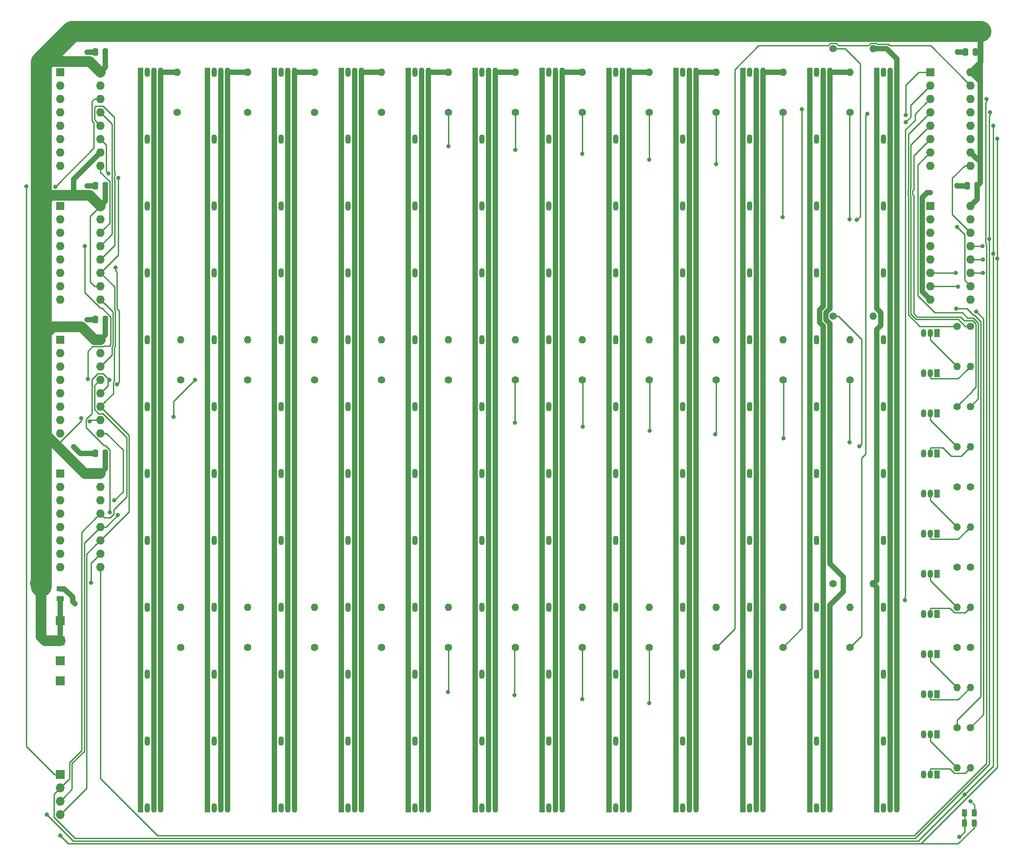
<source format=gbr>
G04 #@! TF.GenerationSoftware,KiCad,Pcbnew,5.0.2+dfsg1-1*
G04 #@! TF.CreationDate,2020-11-23T14:49:08-07:00*
G04 #@! TF.ProjectId,BattleshipLED,42617474-6c65-4736-9869-704c45442e6b,rev?*
G04 #@! TF.SameCoordinates,Original*
G04 #@! TF.FileFunction,Copper,L1,Top*
G04 #@! TF.FilePolarity,Positive*
%FSLAX46Y46*%
G04 Gerber Fmt 4.6, Leading zero omitted, Abs format (unit mm)*
G04 Created by KiCad (PCBNEW 5.0.2+dfsg1-1) date Mon 23 Nov 2020 02:49:08 PM MST*
%MOMM*%
%LPD*%
G01*
G04 APERTURE LIST*
G04 #@! TA.AperFunction,ComponentPad*
%ADD10C,1.400000*%
G04 #@! TD*
G04 #@! TA.AperFunction,ComponentPad*
%ADD11O,1.400000X1.400000*%
G04 #@! TD*
G04 #@! TA.AperFunction,ComponentPad*
%ADD12R,1.070000X1.800000*%
G04 #@! TD*
G04 #@! TA.AperFunction,ComponentPad*
%ADD13O,1.070000X1.800000*%
G04 #@! TD*
G04 #@! TA.AperFunction,Conductor*
%ADD14C,0.100000*%
G04 #@! TD*
G04 #@! TA.AperFunction,SMDPad,CuDef*
%ADD15C,0.975000*%
G04 #@! TD*
G04 #@! TA.AperFunction,ComponentPad*
%ADD16R,1.700000X1.700000*%
G04 #@! TD*
G04 #@! TA.AperFunction,ComponentPad*
%ADD17O,1.700000X1.700000*%
G04 #@! TD*
G04 #@! TA.AperFunction,ComponentPad*
%ADD18R,1.050000X1.500000*%
G04 #@! TD*
G04 #@! TA.AperFunction,ComponentPad*
%ADD19O,1.050000X1.500000*%
G04 #@! TD*
G04 #@! TA.AperFunction,ComponentPad*
%ADD20O,1.600000X1.600000*%
G04 #@! TD*
G04 #@! TA.AperFunction,ComponentPad*
%ADD21R,1.600000X1.600000*%
G04 #@! TD*
G04 #@! TA.AperFunction,ViaPad*
%ADD22C,0.800000*%
G04 #@! TD*
G04 #@! TA.AperFunction,Conductor*
%ADD23C,1.000000*%
G04 #@! TD*
G04 #@! TA.AperFunction,Conductor*
%ADD24C,0.250000*%
G04 #@! TD*
G04 #@! TA.AperFunction,Conductor*
%ADD25C,2.000000*%
G04 #@! TD*
G04 #@! TA.AperFunction,Conductor*
%ADD26C,4.000000*%
G04 #@! TD*
G04 #@! TA.AperFunction,Conductor*
%ADD27C,1.150000*%
G04 #@! TD*
G04 APERTURE END LIST*
D10*
G04 #@! TO.P,R53,1*
G04 #@! TO.N,Net-(R53-Pad1)*
X205105000Y-71755000D03*
D11*
G04 #@! TO.P,R53,2*
G04 #@! TO.N,/GA12*
X212725000Y-71755000D03*
G04 #@! TD*
D12*
G04 #@! TO.P,D60,1*
G04 #@! TO.N,/BA12*
X213360000Y-76200000D03*
D13*
G04 #@! TO.P,D60,2*
G04 #@! TO.N,/K5*
X214630000Y-76200000D03*
G04 #@! TO.P,D60,3*
G04 #@! TO.N,/GA12*
X215900000Y-76200000D03*
G04 #@! TO.P,D60,4*
G04 #@! TO.N,/RA12*
X217170000Y-76200000D03*
G04 #@! TD*
D12*
G04 #@! TO.P,D47,1*
G04 #@! TO.N,/BA11*
X200660000Y-63500000D03*
D13*
G04 #@! TO.P,D47,2*
G04 #@! TO.N,/K4*
X201930000Y-63500000D03*
G04 #@! TO.P,D47,3*
G04 #@! TO.N,/GA11*
X203200000Y-63500000D03*
G04 #@! TO.P,D47,4*
G04 #@! TO.N,/RA11*
X204470000Y-63500000D03*
G04 #@! TD*
D12*
G04 #@! TO.P,D1,1*
G04 #@! TO.N,/BA1*
X73660000Y-25400000D03*
D13*
G04 #@! TO.P,D1,2*
G04 #@! TO.N,/K1*
X74930000Y-25400000D03*
G04 #@! TO.P,D1,3*
G04 #@! TO.N,/GA1*
X76200000Y-25400000D03*
G04 #@! TO.P,D1,4*
G04 #@! TO.N,/RA1*
X77470000Y-25400000D03*
G04 #@! TD*
G04 #@! TO.P,D2,4*
G04 #@! TO.N,/RA2*
X90170000Y-25400000D03*
G04 #@! TO.P,D2,3*
G04 #@! TO.N,/GA2*
X88900000Y-25400000D03*
G04 #@! TO.P,D2,2*
G04 #@! TO.N,/K1*
X87630000Y-25400000D03*
D12*
G04 #@! TO.P,D2,1*
G04 #@! TO.N,/BA2*
X86360000Y-25400000D03*
G04 #@! TD*
D13*
G04 #@! TO.P,D3,4*
G04 #@! TO.N,/RA3*
X102870000Y-25400000D03*
G04 #@! TO.P,D3,3*
G04 #@! TO.N,/GA3*
X101600000Y-25400000D03*
G04 #@! TO.P,D3,2*
G04 #@! TO.N,/K1*
X100330000Y-25400000D03*
D12*
G04 #@! TO.P,D3,1*
G04 #@! TO.N,/BA3*
X99060000Y-25400000D03*
G04 #@! TD*
G04 #@! TO.P,D4,1*
G04 #@! TO.N,/BA4*
X111760000Y-25400000D03*
D13*
G04 #@! TO.P,D4,2*
G04 #@! TO.N,/K1*
X113030000Y-25400000D03*
G04 #@! TO.P,D4,3*
G04 #@! TO.N,/GA4*
X114300000Y-25400000D03*
G04 #@! TO.P,D4,4*
G04 #@! TO.N,/RA4*
X115570000Y-25400000D03*
G04 #@! TD*
G04 #@! TO.P,D5,4*
G04 #@! TO.N,/RA5*
X128270000Y-25400000D03*
G04 #@! TO.P,D5,3*
G04 #@! TO.N,/GA5*
X127000000Y-25400000D03*
G04 #@! TO.P,D5,2*
G04 #@! TO.N,/K1*
X125730000Y-25400000D03*
D12*
G04 #@! TO.P,D5,1*
G04 #@! TO.N,/BA5*
X124460000Y-25400000D03*
G04 #@! TD*
G04 #@! TO.P,D6,1*
G04 #@! TO.N,/BA6*
X137160000Y-25400000D03*
D13*
G04 #@! TO.P,D6,2*
G04 #@! TO.N,/K1*
X138430000Y-25400000D03*
G04 #@! TO.P,D6,3*
G04 #@! TO.N,/GA6*
X139700000Y-25400000D03*
G04 #@! TO.P,D6,4*
G04 #@! TO.N,/RA6*
X140970000Y-25400000D03*
G04 #@! TD*
G04 #@! TO.P,D7,4*
G04 #@! TO.N,/RA7*
X153670000Y-25400000D03*
G04 #@! TO.P,D7,3*
G04 #@! TO.N,/GA7*
X152400000Y-25400000D03*
G04 #@! TO.P,D7,2*
G04 #@! TO.N,/K1*
X151130000Y-25400000D03*
D12*
G04 #@! TO.P,D7,1*
G04 #@! TO.N,/BA7*
X149860000Y-25400000D03*
G04 #@! TD*
G04 #@! TO.P,D8,1*
G04 #@! TO.N,/BA8*
X162560000Y-25400000D03*
D13*
G04 #@! TO.P,D8,2*
G04 #@! TO.N,/K1*
X163830000Y-25400000D03*
G04 #@! TO.P,D8,3*
G04 #@! TO.N,/GA8*
X165100000Y-25400000D03*
G04 #@! TO.P,D8,4*
G04 #@! TO.N,/RA8*
X166370000Y-25400000D03*
G04 #@! TD*
G04 #@! TO.P,D9,4*
G04 #@! TO.N,/RA9*
X179070000Y-25400000D03*
G04 #@! TO.P,D9,3*
G04 #@! TO.N,/GA9*
X177800000Y-25400000D03*
G04 #@! TO.P,D9,2*
G04 #@! TO.N,/K1*
X176530000Y-25400000D03*
D12*
G04 #@! TO.P,D9,1*
G04 #@! TO.N,/BA9*
X175260000Y-25400000D03*
G04 #@! TD*
D13*
G04 #@! TO.P,D10,4*
G04 #@! TO.N,/RA10*
X191770000Y-25400000D03*
G04 #@! TO.P,D10,3*
G04 #@! TO.N,/GA10*
X190500000Y-25400000D03*
G04 #@! TO.P,D10,2*
G04 #@! TO.N,/K1*
X189230000Y-25400000D03*
D12*
G04 #@! TO.P,D10,1*
G04 #@! TO.N,/BA10*
X187960000Y-25400000D03*
G04 #@! TD*
G04 #@! TO.P,D11,1*
G04 #@! TO.N,/BA11*
X200660000Y-25400000D03*
D13*
G04 #@! TO.P,D11,2*
G04 #@! TO.N,/K1*
X201930000Y-25400000D03*
G04 #@! TO.P,D11,3*
G04 #@! TO.N,/GA11*
X203200000Y-25400000D03*
G04 #@! TO.P,D11,4*
G04 #@! TO.N,/RA11*
X204470000Y-25400000D03*
G04 #@! TD*
G04 #@! TO.P,D12,4*
G04 #@! TO.N,/RA12*
X217170000Y-25400000D03*
G04 #@! TO.P,D12,3*
G04 #@! TO.N,/GA12*
X215900000Y-25400000D03*
G04 #@! TO.P,D12,2*
G04 #@! TO.N,/K1*
X214630000Y-25400000D03*
D12*
G04 #@! TO.P,D12,1*
G04 #@! TO.N,/BA12*
X213360000Y-25400000D03*
G04 #@! TD*
D13*
G04 #@! TO.P,D13,4*
G04 #@! TO.N,/RA1*
X77470000Y-38100000D03*
G04 #@! TO.P,D13,3*
G04 #@! TO.N,/GA1*
X76200000Y-38100000D03*
G04 #@! TO.P,D13,2*
G04 #@! TO.N,/K2*
X74930000Y-38100000D03*
D12*
G04 #@! TO.P,D13,1*
G04 #@! TO.N,/BA1*
X73660000Y-38100000D03*
G04 #@! TD*
D13*
G04 #@! TO.P,D14,4*
G04 #@! TO.N,/RA2*
X90170000Y-38100000D03*
G04 #@! TO.P,D14,3*
G04 #@! TO.N,/GA2*
X88900000Y-38100000D03*
G04 #@! TO.P,D14,2*
G04 #@! TO.N,/K2*
X87630000Y-38100000D03*
D12*
G04 #@! TO.P,D14,1*
G04 #@! TO.N,/BA2*
X86360000Y-38100000D03*
G04 #@! TD*
D13*
G04 #@! TO.P,D15,4*
G04 #@! TO.N,/RA3*
X102870000Y-38100000D03*
G04 #@! TO.P,D15,3*
G04 #@! TO.N,/GA3*
X101600000Y-38100000D03*
G04 #@! TO.P,D15,2*
G04 #@! TO.N,/K2*
X100330000Y-38100000D03*
D12*
G04 #@! TO.P,D15,1*
G04 #@! TO.N,/BA3*
X99060000Y-38100000D03*
G04 #@! TD*
G04 #@! TO.P,D16,1*
G04 #@! TO.N,/BA4*
X111760000Y-38100000D03*
D13*
G04 #@! TO.P,D16,2*
G04 #@! TO.N,/K2*
X113030000Y-38100000D03*
G04 #@! TO.P,D16,3*
G04 #@! TO.N,/GA4*
X114300000Y-38100000D03*
G04 #@! TO.P,D16,4*
G04 #@! TO.N,/RA4*
X115570000Y-38100000D03*
G04 #@! TD*
G04 #@! TO.P,D17,4*
G04 #@! TO.N,/RA5*
X128270000Y-38100000D03*
G04 #@! TO.P,D17,3*
G04 #@! TO.N,/GA5*
X127000000Y-38100000D03*
G04 #@! TO.P,D17,2*
G04 #@! TO.N,/K2*
X125730000Y-38100000D03*
D12*
G04 #@! TO.P,D17,1*
G04 #@! TO.N,/BA5*
X124460000Y-38100000D03*
G04 #@! TD*
G04 #@! TO.P,D18,1*
G04 #@! TO.N,/BA6*
X137160000Y-38100000D03*
D13*
G04 #@! TO.P,D18,2*
G04 #@! TO.N,/K2*
X138430000Y-38100000D03*
G04 #@! TO.P,D18,3*
G04 #@! TO.N,/GA6*
X139700000Y-38100000D03*
G04 #@! TO.P,D18,4*
G04 #@! TO.N,/RA6*
X140970000Y-38100000D03*
G04 #@! TD*
G04 #@! TO.P,D19,4*
G04 #@! TO.N,/RA7*
X153670000Y-38100000D03*
G04 #@! TO.P,D19,3*
G04 #@! TO.N,/GA7*
X152400000Y-38100000D03*
G04 #@! TO.P,D19,2*
G04 #@! TO.N,/K2*
X151130000Y-38100000D03*
D12*
G04 #@! TO.P,D19,1*
G04 #@! TO.N,/BA7*
X149860000Y-38100000D03*
G04 #@! TD*
G04 #@! TO.P,D20,1*
G04 #@! TO.N,/BA8*
X162560000Y-38100000D03*
D13*
G04 #@! TO.P,D20,2*
G04 #@! TO.N,/K2*
X163830000Y-38100000D03*
G04 #@! TO.P,D20,3*
G04 #@! TO.N,/GA8*
X165100000Y-38100000D03*
G04 #@! TO.P,D20,4*
G04 #@! TO.N,/RA8*
X166370000Y-38100000D03*
G04 #@! TD*
D12*
G04 #@! TO.P,D21,1*
G04 #@! TO.N,/BA9*
X175260000Y-38100000D03*
D13*
G04 #@! TO.P,D21,2*
G04 #@! TO.N,/K2*
X176530000Y-38100000D03*
G04 #@! TO.P,D21,3*
G04 #@! TO.N,/GA9*
X177800000Y-38100000D03*
G04 #@! TO.P,D21,4*
G04 #@! TO.N,/RA9*
X179070000Y-38100000D03*
G04 #@! TD*
G04 #@! TO.P,D22,4*
G04 #@! TO.N,/RA10*
X191770000Y-38100000D03*
G04 #@! TO.P,D22,3*
G04 #@! TO.N,/GA10*
X190500000Y-38100000D03*
G04 #@! TO.P,D22,2*
G04 #@! TO.N,/K2*
X189230000Y-38100000D03*
D12*
G04 #@! TO.P,D22,1*
G04 #@! TO.N,/BA10*
X187960000Y-38100000D03*
G04 #@! TD*
G04 #@! TO.P,D23,1*
G04 #@! TO.N,/BA11*
X200660000Y-38100000D03*
D13*
G04 #@! TO.P,D23,2*
G04 #@! TO.N,/K2*
X201930000Y-38100000D03*
G04 #@! TO.P,D23,3*
G04 #@! TO.N,/GA11*
X203200000Y-38100000D03*
G04 #@! TO.P,D23,4*
G04 #@! TO.N,/RA11*
X204470000Y-38100000D03*
G04 #@! TD*
D12*
G04 #@! TO.P,D24,1*
G04 #@! TO.N,/BA12*
X213360000Y-38100000D03*
D13*
G04 #@! TO.P,D24,2*
G04 #@! TO.N,/K2*
X214630000Y-38100000D03*
G04 #@! TO.P,D24,3*
G04 #@! TO.N,/GA12*
X215900000Y-38100000D03*
G04 #@! TO.P,D24,4*
G04 #@! TO.N,/RA12*
X217170000Y-38100000D03*
G04 #@! TD*
D12*
G04 #@! TO.P,D25,1*
G04 #@! TO.N,/BA1*
X73660000Y-50800000D03*
D13*
G04 #@! TO.P,D25,2*
G04 #@! TO.N,/K3*
X74930000Y-50800000D03*
G04 #@! TO.P,D25,3*
G04 #@! TO.N,/GA1*
X76200000Y-50800000D03*
G04 #@! TO.P,D25,4*
G04 #@! TO.N,/RA1*
X77470000Y-50800000D03*
G04 #@! TD*
G04 #@! TO.P,D26,4*
G04 #@! TO.N,/RA2*
X90170000Y-50800000D03*
G04 #@! TO.P,D26,3*
G04 #@! TO.N,/GA2*
X88900000Y-50800000D03*
G04 #@! TO.P,D26,2*
G04 #@! TO.N,/K3*
X87630000Y-50800000D03*
D12*
G04 #@! TO.P,D26,1*
G04 #@! TO.N,/BA2*
X86360000Y-50800000D03*
G04 #@! TD*
D13*
G04 #@! TO.P,D27,4*
G04 #@! TO.N,/RA3*
X102870000Y-50800000D03*
G04 #@! TO.P,D27,3*
G04 #@! TO.N,/GA3*
X101600000Y-50800000D03*
G04 #@! TO.P,D27,2*
G04 #@! TO.N,/K3*
X100330000Y-50800000D03*
D12*
G04 #@! TO.P,D27,1*
G04 #@! TO.N,/BA3*
X99060000Y-50800000D03*
G04 #@! TD*
G04 #@! TO.P,D28,1*
G04 #@! TO.N,/BA4*
X111760000Y-50800000D03*
D13*
G04 #@! TO.P,D28,2*
G04 #@! TO.N,/K3*
X113030000Y-50800000D03*
G04 #@! TO.P,D28,3*
G04 #@! TO.N,/GA4*
X114300000Y-50800000D03*
G04 #@! TO.P,D28,4*
G04 #@! TO.N,/RA4*
X115570000Y-50800000D03*
G04 #@! TD*
D12*
G04 #@! TO.P,D29,1*
G04 #@! TO.N,/BA5*
X124460000Y-50800000D03*
D13*
G04 #@! TO.P,D29,2*
G04 #@! TO.N,/K3*
X125730000Y-50800000D03*
G04 #@! TO.P,D29,3*
G04 #@! TO.N,/GA5*
X127000000Y-50800000D03*
G04 #@! TO.P,D29,4*
G04 #@! TO.N,/RA5*
X128270000Y-50800000D03*
G04 #@! TD*
D12*
G04 #@! TO.P,D30,1*
G04 #@! TO.N,/BA6*
X137160000Y-50800000D03*
D13*
G04 #@! TO.P,D30,2*
G04 #@! TO.N,/K3*
X138430000Y-50800000D03*
G04 #@! TO.P,D30,3*
G04 #@! TO.N,/GA6*
X139700000Y-50800000D03*
G04 #@! TO.P,D30,4*
G04 #@! TO.N,/RA6*
X140970000Y-50800000D03*
G04 #@! TD*
G04 #@! TO.P,D31,4*
G04 #@! TO.N,/RA7*
X153670000Y-50800000D03*
G04 #@! TO.P,D31,3*
G04 #@! TO.N,/GA7*
X152400000Y-50800000D03*
G04 #@! TO.P,D31,2*
G04 #@! TO.N,/K3*
X151130000Y-50800000D03*
D12*
G04 #@! TO.P,D31,1*
G04 #@! TO.N,/BA7*
X149860000Y-50800000D03*
G04 #@! TD*
G04 #@! TO.P,D32,1*
G04 #@! TO.N,/BA8*
X162560000Y-50800000D03*
D13*
G04 #@! TO.P,D32,2*
G04 #@! TO.N,/K3*
X163830000Y-50800000D03*
G04 #@! TO.P,D32,3*
G04 #@! TO.N,/GA8*
X165100000Y-50800000D03*
G04 #@! TO.P,D32,4*
G04 #@! TO.N,/RA8*
X166370000Y-50800000D03*
G04 #@! TD*
D12*
G04 #@! TO.P,D33,1*
G04 #@! TO.N,/BA9*
X175260000Y-50800000D03*
D13*
G04 #@! TO.P,D33,2*
G04 #@! TO.N,/K3*
X176530000Y-50800000D03*
G04 #@! TO.P,D33,3*
G04 #@! TO.N,/GA9*
X177800000Y-50800000D03*
G04 #@! TO.P,D33,4*
G04 #@! TO.N,/RA9*
X179070000Y-50800000D03*
G04 #@! TD*
G04 #@! TO.P,D34,4*
G04 #@! TO.N,/RA10*
X191770000Y-50800000D03*
G04 #@! TO.P,D34,3*
G04 #@! TO.N,/GA10*
X190500000Y-50800000D03*
G04 #@! TO.P,D34,2*
G04 #@! TO.N,/K3*
X189230000Y-50800000D03*
D12*
G04 #@! TO.P,D34,1*
G04 #@! TO.N,/BA10*
X187960000Y-50800000D03*
G04 #@! TD*
G04 #@! TO.P,D35,1*
G04 #@! TO.N,/BA11*
X200660000Y-50800000D03*
D13*
G04 #@! TO.P,D35,2*
G04 #@! TO.N,/K3*
X201930000Y-50800000D03*
G04 #@! TO.P,D35,3*
G04 #@! TO.N,/GA11*
X203200000Y-50800000D03*
G04 #@! TO.P,D35,4*
G04 #@! TO.N,/RA11*
X204470000Y-50800000D03*
G04 #@! TD*
G04 #@! TO.P,D36,4*
G04 #@! TO.N,/RA12*
X217170000Y-50800000D03*
G04 #@! TO.P,D36,3*
G04 #@! TO.N,/GA12*
X215900000Y-50800000D03*
G04 #@! TO.P,D36,2*
G04 #@! TO.N,/K3*
X214630000Y-50800000D03*
D12*
G04 #@! TO.P,D36,1*
G04 #@! TO.N,/BA12*
X213360000Y-50800000D03*
G04 #@! TD*
G04 #@! TO.P,D37,1*
G04 #@! TO.N,/BA1*
X73660000Y-63500000D03*
D13*
G04 #@! TO.P,D37,2*
G04 #@! TO.N,/K4*
X74930000Y-63500000D03*
G04 #@! TO.P,D37,3*
G04 #@! TO.N,/GA1*
X76200000Y-63500000D03*
G04 #@! TO.P,D37,4*
G04 #@! TO.N,/RA1*
X77470000Y-63500000D03*
G04 #@! TD*
G04 #@! TO.P,D38,4*
G04 #@! TO.N,/RA2*
X90170000Y-63500000D03*
G04 #@! TO.P,D38,3*
G04 #@! TO.N,/GA2*
X88900000Y-63500000D03*
G04 #@! TO.P,D38,2*
G04 #@! TO.N,/K4*
X87630000Y-63500000D03*
D12*
G04 #@! TO.P,D38,1*
G04 #@! TO.N,/BA2*
X86360000Y-63500000D03*
G04 #@! TD*
D13*
G04 #@! TO.P,D39,4*
G04 #@! TO.N,/RA3*
X102870000Y-63500000D03*
G04 #@! TO.P,D39,3*
G04 #@! TO.N,/GA3*
X101600000Y-63500000D03*
G04 #@! TO.P,D39,2*
G04 #@! TO.N,/K4*
X100330000Y-63500000D03*
D12*
G04 #@! TO.P,D39,1*
G04 #@! TO.N,/BA3*
X99060000Y-63500000D03*
G04 #@! TD*
G04 #@! TO.P,D40,1*
G04 #@! TO.N,/BA4*
X111760000Y-63500000D03*
D13*
G04 #@! TO.P,D40,2*
G04 #@! TO.N,/K4*
X113030000Y-63500000D03*
G04 #@! TO.P,D40,3*
G04 #@! TO.N,/GA4*
X114300000Y-63500000D03*
G04 #@! TO.P,D40,4*
G04 #@! TO.N,/RA4*
X115570000Y-63500000D03*
G04 #@! TD*
G04 #@! TO.P,D41,4*
G04 #@! TO.N,/RA5*
X128270000Y-63500000D03*
G04 #@! TO.P,D41,3*
G04 #@! TO.N,/GA5*
X127000000Y-63500000D03*
G04 #@! TO.P,D41,2*
G04 #@! TO.N,/K4*
X125730000Y-63500000D03*
D12*
G04 #@! TO.P,D41,1*
G04 #@! TO.N,/BA5*
X124460000Y-63500000D03*
G04 #@! TD*
G04 #@! TO.P,D42,1*
G04 #@! TO.N,/BA6*
X137160000Y-63500000D03*
D13*
G04 #@! TO.P,D42,2*
G04 #@! TO.N,/K4*
X138430000Y-63500000D03*
G04 #@! TO.P,D42,3*
G04 #@! TO.N,/GA6*
X139700000Y-63500000D03*
G04 #@! TO.P,D42,4*
G04 #@! TO.N,/RA6*
X140970000Y-63500000D03*
G04 #@! TD*
G04 #@! TO.P,D43,4*
G04 #@! TO.N,/RA7*
X153670000Y-63500000D03*
G04 #@! TO.P,D43,3*
G04 #@! TO.N,/GA7*
X152400000Y-63500000D03*
G04 #@! TO.P,D43,2*
G04 #@! TO.N,/K4*
X151130000Y-63500000D03*
D12*
G04 #@! TO.P,D43,1*
G04 #@! TO.N,/BA7*
X149860000Y-63500000D03*
G04 #@! TD*
G04 #@! TO.P,D44,1*
G04 #@! TO.N,/BA8*
X162560000Y-63500000D03*
D13*
G04 #@! TO.P,D44,2*
G04 #@! TO.N,/K4*
X163830000Y-63500000D03*
G04 #@! TO.P,D44,3*
G04 #@! TO.N,/GA8*
X165100000Y-63500000D03*
G04 #@! TO.P,D44,4*
G04 #@! TO.N,/RA8*
X166370000Y-63500000D03*
G04 #@! TD*
G04 #@! TO.P,D45,4*
G04 #@! TO.N,/RA9*
X179070000Y-63500000D03*
G04 #@! TO.P,D45,3*
G04 #@! TO.N,/GA9*
X177800000Y-63500000D03*
G04 #@! TO.P,D45,2*
G04 #@! TO.N,/K4*
X176530000Y-63500000D03*
D12*
G04 #@! TO.P,D45,1*
G04 #@! TO.N,/BA9*
X175260000Y-63500000D03*
G04 #@! TD*
G04 #@! TO.P,D46,1*
G04 #@! TO.N,/BA10*
X187960000Y-63500000D03*
D13*
G04 #@! TO.P,D46,2*
G04 #@! TO.N,/K4*
X189230000Y-63500000D03*
G04 #@! TO.P,D46,3*
G04 #@! TO.N,/GA10*
X190500000Y-63500000D03*
G04 #@! TO.P,D46,4*
G04 #@! TO.N,/RA10*
X191770000Y-63500000D03*
G04 #@! TD*
G04 #@! TO.P,D48,4*
G04 #@! TO.N,/RA12*
X217170000Y-63500000D03*
G04 #@! TO.P,D48,3*
G04 #@! TO.N,/GA12*
X215900000Y-63500000D03*
G04 #@! TO.P,D48,2*
G04 #@! TO.N,/K4*
X214630000Y-63500000D03*
D12*
G04 #@! TO.P,D48,1*
G04 #@! TO.N,/BA12*
X213360000Y-63500000D03*
G04 #@! TD*
D13*
G04 #@! TO.P,D49,4*
G04 #@! TO.N,/RA1*
X77470000Y-76200000D03*
G04 #@! TO.P,D49,3*
G04 #@! TO.N,/GA1*
X76200000Y-76200000D03*
G04 #@! TO.P,D49,2*
G04 #@! TO.N,/K5*
X74930000Y-76200000D03*
D12*
G04 #@! TO.P,D49,1*
G04 #@! TO.N,/BA1*
X73660000Y-76200000D03*
G04 #@! TD*
D13*
G04 #@! TO.P,D50,4*
G04 #@! TO.N,/RA2*
X90170000Y-76200000D03*
G04 #@! TO.P,D50,3*
G04 #@! TO.N,/GA2*
X88900000Y-76200000D03*
G04 #@! TO.P,D50,2*
G04 #@! TO.N,/K5*
X87630000Y-76200000D03*
D12*
G04 #@! TO.P,D50,1*
G04 #@! TO.N,/BA2*
X86360000Y-76200000D03*
G04 #@! TD*
D13*
G04 #@! TO.P,D51,4*
G04 #@! TO.N,/RA3*
X102870000Y-76200000D03*
G04 #@! TO.P,D51,3*
G04 #@! TO.N,/GA3*
X101600000Y-76200000D03*
G04 #@! TO.P,D51,2*
G04 #@! TO.N,/K5*
X100330000Y-76200000D03*
D12*
G04 #@! TO.P,D51,1*
G04 #@! TO.N,/BA3*
X99060000Y-76200000D03*
G04 #@! TD*
G04 #@! TO.P,D52,1*
G04 #@! TO.N,/BA4*
X111760000Y-76200000D03*
D13*
G04 #@! TO.P,D52,2*
G04 #@! TO.N,/K5*
X113030000Y-76200000D03*
G04 #@! TO.P,D52,3*
G04 #@! TO.N,/GA4*
X114300000Y-76200000D03*
G04 #@! TO.P,D52,4*
G04 #@! TO.N,/RA4*
X115570000Y-76200000D03*
G04 #@! TD*
G04 #@! TO.P,D53,4*
G04 #@! TO.N,/RA5*
X128270000Y-76200000D03*
G04 #@! TO.P,D53,3*
G04 #@! TO.N,/GA5*
X127000000Y-76200000D03*
G04 #@! TO.P,D53,2*
G04 #@! TO.N,/K5*
X125730000Y-76200000D03*
D12*
G04 #@! TO.P,D53,1*
G04 #@! TO.N,/BA5*
X124460000Y-76200000D03*
G04 #@! TD*
G04 #@! TO.P,D54,1*
G04 #@! TO.N,/BA6*
X137160000Y-76200000D03*
D13*
G04 #@! TO.P,D54,2*
G04 #@! TO.N,/K5*
X138430000Y-76200000D03*
G04 #@! TO.P,D54,3*
G04 #@! TO.N,/GA6*
X139700000Y-76200000D03*
G04 #@! TO.P,D54,4*
G04 #@! TO.N,/RA6*
X140970000Y-76200000D03*
G04 #@! TD*
G04 #@! TO.P,D55,4*
G04 #@! TO.N,/RA7*
X153670000Y-76200000D03*
G04 #@! TO.P,D55,3*
G04 #@! TO.N,/GA7*
X152400000Y-76200000D03*
G04 #@! TO.P,D55,2*
G04 #@! TO.N,/K5*
X151130000Y-76200000D03*
D12*
G04 #@! TO.P,D55,1*
G04 #@! TO.N,/BA7*
X149860000Y-76200000D03*
G04 #@! TD*
G04 #@! TO.P,D56,1*
G04 #@! TO.N,/BA8*
X162560000Y-76200000D03*
D13*
G04 #@! TO.P,D56,2*
G04 #@! TO.N,/K5*
X163830000Y-76200000D03*
G04 #@! TO.P,D56,3*
G04 #@! TO.N,/GA8*
X165100000Y-76200000D03*
G04 #@! TO.P,D56,4*
G04 #@! TO.N,/RA8*
X166370000Y-76200000D03*
G04 #@! TD*
D12*
G04 #@! TO.P,D57,1*
G04 #@! TO.N,/BA9*
X175260000Y-76200000D03*
D13*
G04 #@! TO.P,D57,2*
G04 #@! TO.N,/K5*
X176530000Y-76200000D03*
G04 #@! TO.P,D57,3*
G04 #@! TO.N,/GA9*
X177800000Y-76200000D03*
G04 #@! TO.P,D57,4*
G04 #@! TO.N,/RA9*
X179070000Y-76200000D03*
G04 #@! TD*
G04 #@! TO.P,D58,4*
G04 #@! TO.N,/RA10*
X191770000Y-76200000D03*
G04 #@! TO.P,D58,3*
G04 #@! TO.N,/GA10*
X190500000Y-76200000D03*
G04 #@! TO.P,D58,2*
G04 #@! TO.N,/K5*
X189230000Y-76200000D03*
D12*
G04 #@! TO.P,D58,1*
G04 #@! TO.N,/BA10*
X187960000Y-76200000D03*
G04 #@! TD*
G04 #@! TO.P,D59,1*
G04 #@! TO.N,/BA11*
X200660000Y-76200000D03*
D13*
G04 #@! TO.P,D59,2*
G04 #@! TO.N,/K5*
X201930000Y-76200000D03*
G04 #@! TO.P,D59,3*
G04 #@! TO.N,/GA11*
X203200000Y-76200000D03*
G04 #@! TO.P,D59,4*
G04 #@! TO.N,/RA11*
X204470000Y-76200000D03*
G04 #@! TD*
D12*
G04 #@! TO.P,D61,1*
G04 #@! TO.N,/BA1*
X73660000Y-88900000D03*
D13*
G04 #@! TO.P,D61,2*
G04 #@! TO.N,/K6*
X74930000Y-88900000D03*
G04 #@! TO.P,D61,3*
G04 #@! TO.N,/GA1*
X76200000Y-88900000D03*
G04 #@! TO.P,D61,4*
G04 #@! TO.N,/RA1*
X77470000Y-88900000D03*
G04 #@! TD*
G04 #@! TO.P,D62,4*
G04 #@! TO.N,/RA2*
X90170000Y-88900000D03*
G04 #@! TO.P,D62,3*
G04 #@! TO.N,/GA2*
X88900000Y-88900000D03*
G04 #@! TO.P,D62,2*
G04 #@! TO.N,/K6*
X87630000Y-88900000D03*
D12*
G04 #@! TO.P,D62,1*
G04 #@! TO.N,/BA2*
X86360000Y-88900000D03*
G04 #@! TD*
D13*
G04 #@! TO.P,D63,4*
G04 #@! TO.N,/RA3*
X102870000Y-88900000D03*
G04 #@! TO.P,D63,3*
G04 #@! TO.N,/GA3*
X101600000Y-88900000D03*
G04 #@! TO.P,D63,2*
G04 #@! TO.N,/K6*
X100330000Y-88900000D03*
D12*
G04 #@! TO.P,D63,1*
G04 #@! TO.N,/BA3*
X99060000Y-88900000D03*
G04 #@! TD*
G04 #@! TO.P,D64,1*
G04 #@! TO.N,/BA4*
X111760000Y-88900000D03*
D13*
G04 #@! TO.P,D64,2*
G04 #@! TO.N,/K6*
X113030000Y-88900000D03*
G04 #@! TO.P,D64,3*
G04 #@! TO.N,/GA4*
X114300000Y-88900000D03*
G04 #@! TO.P,D64,4*
G04 #@! TO.N,/RA4*
X115570000Y-88900000D03*
G04 #@! TD*
D12*
G04 #@! TO.P,D65,1*
G04 #@! TO.N,/BA5*
X124460000Y-88900000D03*
D13*
G04 #@! TO.P,D65,2*
G04 #@! TO.N,/K6*
X125730000Y-88900000D03*
G04 #@! TO.P,D65,3*
G04 #@! TO.N,/GA5*
X127000000Y-88900000D03*
G04 #@! TO.P,D65,4*
G04 #@! TO.N,/RA5*
X128270000Y-88900000D03*
G04 #@! TD*
D12*
G04 #@! TO.P,D66,1*
G04 #@! TO.N,/BA6*
X137160000Y-88900000D03*
D13*
G04 #@! TO.P,D66,2*
G04 #@! TO.N,/K6*
X138430000Y-88900000D03*
G04 #@! TO.P,D66,3*
G04 #@! TO.N,/GA6*
X139700000Y-88900000D03*
G04 #@! TO.P,D66,4*
G04 #@! TO.N,/RA6*
X140970000Y-88900000D03*
G04 #@! TD*
G04 #@! TO.P,D67,4*
G04 #@! TO.N,/RA7*
X153670000Y-88900000D03*
G04 #@! TO.P,D67,3*
G04 #@! TO.N,/GA7*
X152400000Y-88900000D03*
G04 #@! TO.P,D67,2*
G04 #@! TO.N,/K6*
X151130000Y-88900000D03*
D12*
G04 #@! TO.P,D67,1*
G04 #@! TO.N,/BA7*
X149860000Y-88900000D03*
G04 #@! TD*
G04 #@! TO.P,D68,1*
G04 #@! TO.N,/BA8*
X162560000Y-88900000D03*
D13*
G04 #@! TO.P,D68,2*
G04 #@! TO.N,/K6*
X163830000Y-88900000D03*
G04 #@! TO.P,D68,3*
G04 #@! TO.N,/GA8*
X165100000Y-88900000D03*
G04 #@! TO.P,D68,4*
G04 #@! TO.N,/RA8*
X166370000Y-88900000D03*
G04 #@! TD*
D12*
G04 #@! TO.P,D69,1*
G04 #@! TO.N,/BA9*
X175260000Y-88900000D03*
D13*
G04 #@! TO.P,D69,2*
G04 #@! TO.N,/K6*
X176530000Y-88900000D03*
G04 #@! TO.P,D69,3*
G04 #@! TO.N,/GA9*
X177800000Y-88900000D03*
G04 #@! TO.P,D69,4*
G04 #@! TO.N,/RA9*
X179070000Y-88900000D03*
G04 #@! TD*
G04 #@! TO.P,D70,4*
G04 #@! TO.N,/RA10*
X191770000Y-88900000D03*
G04 #@! TO.P,D70,3*
G04 #@! TO.N,/GA10*
X190500000Y-88900000D03*
G04 #@! TO.P,D70,2*
G04 #@! TO.N,/K6*
X189230000Y-88900000D03*
D12*
G04 #@! TO.P,D70,1*
G04 #@! TO.N,/BA10*
X187960000Y-88900000D03*
G04 #@! TD*
G04 #@! TO.P,D71,1*
G04 #@! TO.N,/BA11*
X200660000Y-88900000D03*
D13*
G04 #@! TO.P,D71,2*
G04 #@! TO.N,/K6*
X201930000Y-88900000D03*
G04 #@! TO.P,D71,3*
G04 #@! TO.N,/GA11*
X203200000Y-88900000D03*
G04 #@! TO.P,D71,4*
G04 #@! TO.N,/RA11*
X204470000Y-88900000D03*
G04 #@! TD*
G04 #@! TO.P,D72,4*
G04 #@! TO.N,/RA12*
X217170000Y-88900000D03*
G04 #@! TO.P,D72,3*
G04 #@! TO.N,/GA12*
X215900000Y-88900000D03*
G04 #@! TO.P,D72,2*
G04 #@! TO.N,/K6*
X214630000Y-88900000D03*
D12*
G04 #@! TO.P,D72,1*
G04 #@! TO.N,/BA12*
X213360000Y-88900000D03*
G04 #@! TD*
G04 #@! TO.P,D73,1*
G04 #@! TO.N,/BA1*
X73660000Y-101600000D03*
D13*
G04 #@! TO.P,D73,2*
G04 #@! TO.N,/K7*
X74930000Y-101600000D03*
G04 #@! TO.P,D73,3*
G04 #@! TO.N,/GA1*
X76200000Y-101600000D03*
G04 #@! TO.P,D73,4*
G04 #@! TO.N,/RA1*
X77470000Y-101600000D03*
G04 #@! TD*
G04 #@! TO.P,D74,4*
G04 #@! TO.N,/RA2*
X90170000Y-101600000D03*
G04 #@! TO.P,D74,3*
G04 #@! TO.N,/GA2*
X88900000Y-101600000D03*
G04 #@! TO.P,D74,2*
G04 #@! TO.N,/K7*
X87630000Y-101600000D03*
D12*
G04 #@! TO.P,D74,1*
G04 #@! TO.N,/BA2*
X86360000Y-101600000D03*
G04 #@! TD*
D13*
G04 #@! TO.P,D75,4*
G04 #@! TO.N,/RA3*
X102870000Y-101600000D03*
G04 #@! TO.P,D75,3*
G04 #@! TO.N,/GA3*
X101600000Y-101600000D03*
G04 #@! TO.P,D75,2*
G04 #@! TO.N,/K7*
X100330000Y-101600000D03*
D12*
G04 #@! TO.P,D75,1*
G04 #@! TO.N,/BA3*
X99060000Y-101600000D03*
G04 #@! TD*
G04 #@! TO.P,D76,1*
G04 #@! TO.N,/BA4*
X111760000Y-101600000D03*
D13*
G04 #@! TO.P,D76,2*
G04 #@! TO.N,/K7*
X113030000Y-101600000D03*
G04 #@! TO.P,D76,3*
G04 #@! TO.N,/GA4*
X114300000Y-101600000D03*
G04 #@! TO.P,D76,4*
G04 #@! TO.N,/RA4*
X115570000Y-101600000D03*
G04 #@! TD*
G04 #@! TO.P,D77,4*
G04 #@! TO.N,/RA5*
X128270000Y-101600000D03*
G04 #@! TO.P,D77,3*
G04 #@! TO.N,/GA5*
X127000000Y-101600000D03*
G04 #@! TO.P,D77,2*
G04 #@! TO.N,/K7*
X125730000Y-101600000D03*
D12*
G04 #@! TO.P,D77,1*
G04 #@! TO.N,/BA5*
X124460000Y-101600000D03*
G04 #@! TD*
G04 #@! TO.P,D78,1*
G04 #@! TO.N,/BA6*
X137160000Y-101600000D03*
D13*
G04 #@! TO.P,D78,2*
G04 #@! TO.N,/K7*
X138430000Y-101600000D03*
G04 #@! TO.P,D78,3*
G04 #@! TO.N,/GA6*
X139700000Y-101600000D03*
G04 #@! TO.P,D78,4*
G04 #@! TO.N,/RA6*
X140970000Y-101600000D03*
G04 #@! TD*
G04 #@! TO.P,D79,4*
G04 #@! TO.N,/RA7*
X153670000Y-101600000D03*
G04 #@! TO.P,D79,3*
G04 #@! TO.N,/GA7*
X152400000Y-101600000D03*
G04 #@! TO.P,D79,2*
G04 #@! TO.N,/K7*
X151130000Y-101600000D03*
D12*
G04 #@! TO.P,D79,1*
G04 #@! TO.N,/BA7*
X149860000Y-101600000D03*
G04 #@! TD*
G04 #@! TO.P,D80,1*
G04 #@! TO.N,/BA8*
X162560000Y-101600000D03*
D13*
G04 #@! TO.P,D80,2*
G04 #@! TO.N,/K7*
X163830000Y-101600000D03*
G04 #@! TO.P,D80,3*
G04 #@! TO.N,/GA8*
X165100000Y-101600000D03*
G04 #@! TO.P,D80,4*
G04 #@! TO.N,/RA8*
X166370000Y-101600000D03*
G04 #@! TD*
G04 #@! TO.P,D81,4*
G04 #@! TO.N,/RA9*
X179070000Y-101600000D03*
G04 #@! TO.P,D81,3*
G04 #@! TO.N,/GA9*
X177800000Y-101600000D03*
G04 #@! TO.P,D81,2*
G04 #@! TO.N,/K7*
X176530000Y-101600000D03*
D12*
G04 #@! TO.P,D81,1*
G04 #@! TO.N,/BA9*
X175260000Y-101600000D03*
G04 #@! TD*
D13*
G04 #@! TO.P,D82,4*
G04 #@! TO.N,/RA10*
X191770000Y-101600000D03*
G04 #@! TO.P,D82,3*
G04 #@! TO.N,/GA10*
X190500000Y-101600000D03*
G04 #@! TO.P,D82,2*
G04 #@! TO.N,/K7*
X189230000Y-101600000D03*
D12*
G04 #@! TO.P,D82,1*
G04 #@! TO.N,/BA10*
X187960000Y-101600000D03*
G04 #@! TD*
G04 #@! TO.P,D83,1*
G04 #@! TO.N,/BA11*
X200660000Y-101600000D03*
D13*
G04 #@! TO.P,D83,2*
G04 #@! TO.N,/K7*
X201930000Y-101600000D03*
G04 #@! TO.P,D83,3*
G04 #@! TO.N,/GA11*
X203200000Y-101600000D03*
G04 #@! TO.P,D83,4*
G04 #@! TO.N,/RA11*
X204470000Y-101600000D03*
G04 #@! TD*
G04 #@! TO.P,D84,4*
G04 #@! TO.N,/RA12*
X217170000Y-101600000D03*
G04 #@! TO.P,D84,3*
G04 #@! TO.N,/GA12*
X215900000Y-101600000D03*
G04 #@! TO.P,D84,2*
G04 #@! TO.N,/K7*
X214630000Y-101600000D03*
D12*
G04 #@! TO.P,D84,1*
G04 #@! TO.N,/BA12*
X213360000Y-101600000D03*
G04 #@! TD*
D13*
G04 #@! TO.P,D85,4*
G04 #@! TO.N,/RA1*
X77470000Y-114300000D03*
G04 #@! TO.P,D85,3*
G04 #@! TO.N,/GA1*
X76200000Y-114300000D03*
G04 #@! TO.P,D85,2*
G04 #@! TO.N,/K8*
X74930000Y-114300000D03*
D12*
G04 #@! TO.P,D85,1*
G04 #@! TO.N,/BA1*
X73660000Y-114300000D03*
G04 #@! TD*
D13*
G04 #@! TO.P,D86,4*
G04 #@! TO.N,/RA2*
X90170000Y-114300000D03*
G04 #@! TO.P,D86,3*
G04 #@! TO.N,/GA2*
X88900000Y-114300000D03*
G04 #@! TO.P,D86,2*
G04 #@! TO.N,/K8*
X87630000Y-114300000D03*
D12*
G04 #@! TO.P,D86,1*
G04 #@! TO.N,/BA2*
X86360000Y-114300000D03*
G04 #@! TD*
D13*
G04 #@! TO.P,D87,4*
G04 #@! TO.N,/RA3*
X102870000Y-114300000D03*
G04 #@! TO.P,D87,3*
G04 #@! TO.N,/GA3*
X101600000Y-114300000D03*
G04 #@! TO.P,D87,2*
G04 #@! TO.N,/K8*
X100330000Y-114300000D03*
D12*
G04 #@! TO.P,D87,1*
G04 #@! TO.N,/BA3*
X99060000Y-114300000D03*
G04 #@! TD*
G04 #@! TO.P,D88,1*
G04 #@! TO.N,/BA4*
X111760000Y-114300000D03*
D13*
G04 #@! TO.P,D88,2*
G04 #@! TO.N,/K8*
X113030000Y-114300000D03*
G04 #@! TO.P,D88,3*
G04 #@! TO.N,/GA4*
X114300000Y-114300000D03*
G04 #@! TO.P,D88,4*
G04 #@! TO.N,/RA4*
X115570000Y-114300000D03*
G04 #@! TD*
G04 #@! TO.P,D89,4*
G04 #@! TO.N,/RA5*
X128270000Y-114300000D03*
G04 #@! TO.P,D89,3*
G04 #@! TO.N,/GA5*
X127000000Y-114300000D03*
G04 #@! TO.P,D89,2*
G04 #@! TO.N,/K8*
X125730000Y-114300000D03*
D12*
G04 #@! TO.P,D89,1*
G04 #@! TO.N,/BA5*
X124460000Y-114300000D03*
G04 #@! TD*
G04 #@! TO.P,D90,1*
G04 #@! TO.N,/BA6*
X137160000Y-114300000D03*
D13*
G04 #@! TO.P,D90,2*
G04 #@! TO.N,/K8*
X138430000Y-114300000D03*
G04 #@! TO.P,D90,3*
G04 #@! TO.N,/GA6*
X139700000Y-114300000D03*
G04 #@! TO.P,D90,4*
G04 #@! TO.N,/RA6*
X140970000Y-114300000D03*
G04 #@! TD*
G04 #@! TO.P,D91,4*
G04 #@! TO.N,/RA7*
X153670000Y-114300000D03*
G04 #@! TO.P,D91,3*
G04 #@! TO.N,/GA7*
X152400000Y-114300000D03*
G04 #@! TO.P,D91,2*
G04 #@! TO.N,/K8*
X151130000Y-114300000D03*
D12*
G04 #@! TO.P,D91,1*
G04 #@! TO.N,/BA7*
X149860000Y-114300000D03*
G04 #@! TD*
G04 #@! TO.P,D92,1*
G04 #@! TO.N,/BA8*
X162560000Y-114300000D03*
D13*
G04 #@! TO.P,D92,2*
G04 #@! TO.N,/K8*
X163830000Y-114300000D03*
G04 #@! TO.P,D92,3*
G04 #@! TO.N,/GA8*
X165100000Y-114300000D03*
G04 #@! TO.P,D92,4*
G04 #@! TO.N,/RA8*
X166370000Y-114300000D03*
G04 #@! TD*
D12*
G04 #@! TO.P,D93,1*
G04 #@! TO.N,/BA9*
X175260000Y-114300000D03*
D13*
G04 #@! TO.P,D93,2*
G04 #@! TO.N,/K8*
X176530000Y-114300000D03*
G04 #@! TO.P,D93,3*
G04 #@! TO.N,/GA9*
X177800000Y-114300000D03*
G04 #@! TO.P,D93,4*
G04 #@! TO.N,/RA9*
X179070000Y-114300000D03*
G04 #@! TD*
G04 #@! TO.P,D94,4*
G04 #@! TO.N,/RA10*
X191770000Y-114300000D03*
G04 #@! TO.P,D94,3*
G04 #@! TO.N,/GA10*
X190500000Y-114300000D03*
G04 #@! TO.P,D94,2*
G04 #@! TO.N,/K8*
X189230000Y-114300000D03*
D12*
G04 #@! TO.P,D94,1*
G04 #@! TO.N,/BA10*
X187960000Y-114300000D03*
G04 #@! TD*
G04 #@! TO.P,D95,1*
G04 #@! TO.N,/BA11*
X200660000Y-114300000D03*
D13*
G04 #@! TO.P,D95,2*
G04 #@! TO.N,/K8*
X201930000Y-114300000D03*
G04 #@! TO.P,D95,3*
G04 #@! TO.N,/GA11*
X203200000Y-114300000D03*
G04 #@! TO.P,D95,4*
G04 #@! TO.N,/RA11*
X204470000Y-114300000D03*
G04 #@! TD*
D12*
G04 #@! TO.P,D96,1*
G04 #@! TO.N,/BA12*
X213360000Y-114300000D03*
D13*
G04 #@! TO.P,D96,2*
G04 #@! TO.N,/K8*
X214630000Y-114300000D03*
G04 #@! TO.P,D96,3*
G04 #@! TO.N,/GA12*
X215900000Y-114300000D03*
G04 #@! TO.P,D96,4*
G04 #@! TO.N,/RA12*
X217170000Y-114300000D03*
G04 #@! TD*
D12*
G04 #@! TO.P,D97,1*
G04 #@! TO.N,/BA1*
X73660000Y-127000000D03*
D13*
G04 #@! TO.P,D97,2*
G04 #@! TO.N,/K9*
X74930000Y-127000000D03*
G04 #@! TO.P,D97,3*
G04 #@! TO.N,/GA1*
X76200000Y-127000000D03*
G04 #@! TO.P,D97,4*
G04 #@! TO.N,/RA1*
X77470000Y-127000000D03*
G04 #@! TD*
G04 #@! TO.P,D98,4*
G04 #@! TO.N,/RA2*
X90170000Y-127000000D03*
G04 #@! TO.P,D98,3*
G04 #@! TO.N,/GA2*
X88900000Y-127000000D03*
G04 #@! TO.P,D98,2*
G04 #@! TO.N,/K9*
X87630000Y-127000000D03*
D12*
G04 #@! TO.P,D98,1*
G04 #@! TO.N,/BA2*
X86360000Y-127000000D03*
G04 #@! TD*
D13*
G04 #@! TO.P,D99,4*
G04 #@! TO.N,/RA3*
X102870000Y-127000000D03*
G04 #@! TO.P,D99,3*
G04 #@! TO.N,/GA3*
X101600000Y-127000000D03*
G04 #@! TO.P,D99,2*
G04 #@! TO.N,/K9*
X100330000Y-127000000D03*
D12*
G04 #@! TO.P,D99,1*
G04 #@! TO.N,/BA3*
X99060000Y-127000000D03*
G04 #@! TD*
G04 #@! TO.P,D100,1*
G04 #@! TO.N,/BA4*
X111760000Y-127000000D03*
D13*
G04 #@! TO.P,D100,2*
G04 #@! TO.N,/K9*
X113030000Y-127000000D03*
G04 #@! TO.P,D100,3*
G04 #@! TO.N,/GA4*
X114300000Y-127000000D03*
G04 #@! TO.P,D100,4*
G04 #@! TO.N,/RA4*
X115570000Y-127000000D03*
G04 #@! TD*
D12*
G04 #@! TO.P,D101,1*
G04 #@! TO.N,/BA5*
X124460000Y-127000000D03*
D13*
G04 #@! TO.P,D101,2*
G04 #@! TO.N,/K9*
X125730000Y-127000000D03*
G04 #@! TO.P,D101,3*
G04 #@! TO.N,/GA5*
X127000000Y-127000000D03*
G04 #@! TO.P,D101,4*
G04 #@! TO.N,/RA5*
X128270000Y-127000000D03*
G04 #@! TD*
D12*
G04 #@! TO.P,D102,1*
G04 #@! TO.N,/BA6*
X137160000Y-127000000D03*
D13*
G04 #@! TO.P,D102,2*
G04 #@! TO.N,/K9*
X138430000Y-127000000D03*
G04 #@! TO.P,D102,3*
G04 #@! TO.N,/GA6*
X139700000Y-127000000D03*
G04 #@! TO.P,D102,4*
G04 #@! TO.N,/RA6*
X140970000Y-127000000D03*
G04 #@! TD*
G04 #@! TO.P,D103,4*
G04 #@! TO.N,/RA7*
X153670000Y-127000000D03*
G04 #@! TO.P,D103,3*
G04 #@! TO.N,/GA7*
X152400000Y-127000000D03*
G04 #@! TO.P,D103,2*
G04 #@! TO.N,/K9*
X151130000Y-127000000D03*
D12*
G04 #@! TO.P,D103,1*
G04 #@! TO.N,/BA7*
X149860000Y-127000000D03*
G04 #@! TD*
G04 #@! TO.P,D104,1*
G04 #@! TO.N,/BA8*
X162560000Y-127000000D03*
D13*
G04 #@! TO.P,D104,2*
G04 #@! TO.N,/K9*
X163830000Y-127000000D03*
G04 #@! TO.P,D104,3*
G04 #@! TO.N,/GA8*
X165100000Y-127000000D03*
G04 #@! TO.P,D104,4*
G04 #@! TO.N,/RA8*
X166370000Y-127000000D03*
G04 #@! TD*
D12*
G04 #@! TO.P,D105,1*
G04 #@! TO.N,/BA9*
X175260000Y-127000000D03*
D13*
G04 #@! TO.P,D105,2*
G04 #@! TO.N,/K9*
X176530000Y-127000000D03*
G04 #@! TO.P,D105,3*
G04 #@! TO.N,/GA9*
X177800000Y-127000000D03*
G04 #@! TO.P,D105,4*
G04 #@! TO.N,/RA9*
X179070000Y-127000000D03*
G04 #@! TD*
G04 #@! TO.P,D106,4*
G04 #@! TO.N,/RA10*
X191770000Y-127000000D03*
G04 #@! TO.P,D106,3*
G04 #@! TO.N,/GA10*
X190500000Y-127000000D03*
G04 #@! TO.P,D106,2*
G04 #@! TO.N,/K9*
X189230000Y-127000000D03*
D12*
G04 #@! TO.P,D106,1*
G04 #@! TO.N,/BA10*
X187960000Y-127000000D03*
G04 #@! TD*
G04 #@! TO.P,D107,1*
G04 #@! TO.N,/BA11*
X200660000Y-127000000D03*
D13*
G04 #@! TO.P,D107,2*
G04 #@! TO.N,/K9*
X201930000Y-127000000D03*
G04 #@! TO.P,D107,3*
G04 #@! TO.N,/GA11*
X203200000Y-127000000D03*
G04 #@! TO.P,D107,4*
G04 #@! TO.N,/RA11*
X204470000Y-127000000D03*
G04 #@! TD*
G04 #@! TO.P,D108,4*
G04 #@! TO.N,/RA12*
X217170000Y-127000000D03*
G04 #@! TO.P,D108,3*
G04 #@! TO.N,/GA12*
X215900000Y-127000000D03*
G04 #@! TO.P,D108,2*
G04 #@! TO.N,/K9*
X214630000Y-127000000D03*
D12*
G04 #@! TO.P,D108,1*
G04 #@! TO.N,/BA12*
X213360000Y-127000000D03*
G04 #@! TD*
G04 #@! TO.P,D109,1*
G04 #@! TO.N,/BA1*
X73660000Y-139700000D03*
D13*
G04 #@! TO.P,D109,2*
G04 #@! TO.N,/K10*
X74930000Y-139700000D03*
G04 #@! TO.P,D109,3*
G04 #@! TO.N,/GA1*
X76200000Y-139700000D03*
G04 #@! TO.P,D109,4*
G04 #@! TO.N,/RA1*
X77470000Y-139700000D03*
G04 #@! TD*
G04 #@! TO.P,D110,4*
G04 #@! TO.N,/RA2*
X90170000Y-139700000D03*
G04 #@! TO.P,D110,3*
G04 #@! TO.N,/GA2*
X88900000Y-139700000D03*
G04 #@! TO.P,D110,2*
G04 #@! TO.N,/K10*
X87630000Y-139700000D03*
D12*
G04 #@! TO.P,D110,1*
G04 #@! TO.N,/BA2*
X86360000Y-139700000D03*
G04 #@! TD*
D13*
G04 #@! TO.P,D111,4*
G04 #@! TO.N,/RA3*
X102870000Y-139700000D03*
G04 #@! TO.P,D111,3*
G04 #@! TO.N,/GA3*
X101600000Y-139700000D03*
G04 #@! TO.P,D111,2*
G04 #@! TO.N,/K10*
X100330000Y-139700000D03*
D12*
G04 #@! TO.P,D111,1*
G04 #@! TO.N,/BA3*
X99060000Y-139700000D03*
G04 #@! TD*
G04 #@! TO.P,D112,1*
G04 #@! TO.N,/BA4*
X111760000Y-139700000D03*
D13*
G04 #@! TO.P,D112,2*
G04 #@! TO.N,/K10*
X113030000Y-139700000D03*
G04 #@! TO.P,D112,3*
G04 #@! TO.N,/GA4*
X114300000Y-139700000D03*
G04 #@! TO.P,D112,4*
G04 #@! TO.N,/RA4*
X115570000Y-139700000D03*
G04 #@! TD*
G04 #@! TO.P,D113,4*
G04 #@! TO.N,/RA5*
X128270000Y-139700000D03*
G04 #@! TO.P,D113,3*
G04 #@! TO.N,/GA5*
X127000000Y-139700000D03*
G04 #@! TO.P,D113,2*
G04 #@! TO.N,/K10*
X125730000Y-139700000D03*
D12*
G04 #@! TO.P,D113,1*
G04 #@! TO.N,/BA5*
X124460000Y-139700000D03*
G04 #@! TD*
G04 #@! TO.P,D114,1*
G04 #@! TO.N,/BA6*
X137160000Y-139700000D03*
D13*
G04 #@! TO.P,D114,2*
G04 #@! TO.N,/K10*
X138430000Y-139700000D03*
G04 #@! TO.P,D114,3*
G04 #@! TO.N,/GA6*
X139700000Y-139700000D03*
G04 #@! TO.P,D114,4*
G04 #@! TO.N,/RA6*
X140970000Y-139700000D03*
G04 #@! TD*
G04 #@! TO.P,D115,4*
G04 #@! TO.N,/RA7*
X153670000Y-139700000D03*
G04 #@! TO.P,D115,3*
G04 #@! TO.N,/GA7*
X152400000Y-139700000D03*
G04 #@! TO.P,D115,2*
G04 #@! TO.N,/K10*
X151130000Y-139700000D03*
D12*
G04 #@! TO.P,D115,1*
G04 #@! TO.N,/BA7*
X149860000Y-139700000D03*
G04 #@! TD*
G04 #@! TO.P,D116,1*
G04 #@! TO.N,/BA8*
X162560000Y-139700000D03*
D13*
G04 #@! TO.P,D116,2*
G04 #@! TO.N,/K10*
X163830000Y-139700000D03*
G04 #@! TO.P,D116,3*
G04 #@! TO.N,/GA8*
X165100000Y-139700000D03*
G04 #@! TO.P,D116,4*
G04 #@! TO.N,/RA8*
X166370000Y-139700000D03*
G04 #@! TD*
G04 #@! TO.P,D117,4*
G04 #@! TO.N,/RA9*
X179070000Y-139700000D03*
G04 #@! TO.P,D117,3*
G04 #@! TO.N,/GA9*
X177800000Y-139700000D03*
G04 #@! TO.P,D117,2*
G04 #@! TO.N,/K10*
X176530000Y-139700000D03*
D12*
G04 #@! TO.P,D117,1*
G04 #@! TO.N,/BA9*
X175260000Y-139700000D03*
G04 #@! TD*
D13*
G04 #@! TO.P,D118,4*
G04 #@! TO.N,/RA10*
X191770000Y-139700000D03*
G04 #@! TO.P,D118,3*
G04 #@! TO.N,/GA10*
X190500000Y-139700000D03*
G04 #@! TO.P,D118,2*
G04 #@! TO.N,/K10*
X189230000Y-139700000D03*
D12*
G04 #@! TO.P,D118,1*
G04 #@! TO.N,/BA10*
X187960000Y-139700000D03*
G04 #@! TD*
G04 #@! TO.P,D119,1*
G04 #@! TO.N,/BA11*
X200660000Y-139700000D03*
D13*
G04 #@! TO.P,D119,2*
G04 #@! TO.N,/K10*
X201930000Y-139700000D03*
G04 #@! TO.P,D119,3*
G04 #@! TO.N,/GA11*
X203200000Y-139700000D03*
G04 #@! TO.P,D119,4*
G04 #@! TO.N,/RA11*
X204470000Y-139700000D03*
G04 #@! TD*
G04 #@! TO.P,D120,4*
G04 #@! TO.N,/RA12*
X217170000Y-139700000D03*
G04 #@! TO.P,D120,3*
G04 #@! TO.N,/GA12*
X215900000Y-139700000D03*
G04 #@! TO.P,D120,2*
G04 #@! TO.N,/K10*
X214630000Y-139700000D03*
D12*
G04 #@! TO.P,D120,1*
G04 #@! TO.N,/BA12*
X213360000Y-139700000D03*
G04 #@! TD*
D13*
G04 #@! TO.P,D121,4*
G04 #@! TO.N,/RA1*
X77470000Y-152400000D03*
G04 #@! TO.P,D121,3*
G04 #@! TO.N,/GA1*
X76200000Y-152400000D03*
G04 #@! TO.P,D121,2*
G04 #@! TO.N,/K11*
X74930000Y-152400000D03*
D12*
G04 #@! TO.P,D121,1*
G04 #@! TO.N,/BA1*
X73660000Y-152400000D03*
G04 #@! TD*
D13*
G04 #@! TO.P,D122,4*
G04 #@! TO.N,/RA2*
X90170000Y-152400000D03*
G04 #@! TO.P,D122,3*
G04 #@! TO.N,/GA2*
X88900000Y-152400000D03*
G04 #@! TO.P,D122,2*
G04 #@! TO.N,/K11*
X87630000Y-152400000D03*
D12*
G04 #@! TO.P,D122,1*
G04 #@! TO.N,/BA2*
X86360000Y-152400000D03*
G04 #@! TD*
D13*
G04 #@! TO.P,D123,4*
G04 #@! TO.N,/RA3*
X102870000Y-152400000D03*
G04 #@! TO.P,D123,3*
G04 #@! TO.N,/GA3*
X101600000Y-152400000D03*
G04 #@! TO.P,D123,2*
G04 #@! TO.N,/K11*
X100330000Y-152400000D03*
D12*
G04 #@! TO.P,D123,1*
G04 #@! TO.N,/BA3*
X99060000Y-152400000D03*
G04 #@! TD*
G04 #@! TO.P,D124,1*
G04 #@! TO.N,/BA4*
X111760000Y-152400000D03*
D13*
G04 #@! TO.P,D124,2*
G04 #@! TO.N,/K11*
X113030000Y-152400000D03*
G04 #@! TO.P,D124,3*
G04 #@! TO.N,/GA4*
X114300000Y-152400000D03*
G04 #@! TO.P,D124,4*
G04 #@! TO.N,/RA4*
X115570000Y-152400000D03*
G04 #@! TD*
G04 #@! TO.P,D125,4*
G04 #@! TO.N,/RA5*
X128270000Y-152400000D03*
G04 #@! TO.P,D125,3*
G04 #@! TO.N,/GA5*
X127000000Y-152400000D03*
G04 #@! TO.P,D125,2*
G04 #@! TO.N,/K11*
X125730000Y-152400000D03*
D12*
G04 #@! TO.P,D125,1*
G04 #@! TO.N,/BA5*
X124460000Y-152400000D03*
G04 #@! TD*
G04 #@! TO.P,D126,1*
G04 #@! TO.N,/BA6*
X137160000Y-152400000D03*
D13*
G04 #@! TO.P,D126,2*
G04 #@! TO.N,/K11*
X138430000Y-152400000D03*
G04 #@! TO.P,D126,3*
G04 #@! TO.N,/GA6*
X139700000Y-152400000D03*
G04 #@! TO.P,D126,4*
G04 #@! TO.N,/RA6*
X140970000Y-152400000D03*
G04 #@! TD*
G04 #@! TO.P,D127,4*
G04 #@! TO.N,/RA7*
X153670000Y-152400000D03*
G04 #@! TO.P,D127,3*
G04 #@! TO.N,/GA7*
X152400000Y-152400000D03*
G04 #@! TO.P,D127,2*
G04 #@! TO.N,/K11*
X151130000Y-152400000D03*
D12*
G04 #@! TO.P,D127,1*
G04 #@! TO.N,/BA7*
X149860000Y-152400000D03*
G04 #@! TD*
G04 #@! TO.P,D128,1*
G04 #@! TO.N,/BA8*
X162560000Y-152400000D03*
D13*
G04 #@! TO.P,D128,2*
G04 #@! TO.N,/K11*
X163830000Y-152400000D03*
G04 #@! TO.P,D128,3*
G04 #@! TO.N,/GA8*
X165100000Y-152400000D03*
G04 #@! TO.P,D128,4*
G04 #@! TO.N,/RA8*
X166370000Y-152400000D03*
G04 #@! TD*
D12*
G04 #@! TO.P,D129,1*
G04 #@! TO.N,/BA9*
X175260000Y-152400000D03*
D13*
G04 #@! TO.P,D129,2*
G04 #@! TO.N,/K11*
X176530000Y-152400000D03*
G04 #@! TO.P,D129,3*
G04 #@! TO.N,/GA9*
X177800000Y-152400000D03*
G04 #@! TO.P,D129,4*
G04 #@! TO.N,/RA9*
X179070000Y-152400000D03*
G04 #@! TD*
G04 #@! TO.P,D130,4*
G04 #@! TO.N,/RA10*
X191770000Y-152400000D03*
G04 #@! TO.P,D130,3*
G04 #@! TO.N,/GA10*
X190500000Y-152400000D03*
G04 #@! TO.P,D130,2*
G04 #@! TO.N,/K11*
X189230000Y-152400000D03*
D12*
G04 #@! TO.P,D130,1*
G04 #@! TO.N,/BA10*
X187960000Y-152400000D03*
G04 #@! TD*
G04 #@! TO.P,D131,1*
G04 #@! TO.N,/BA11*
X200660000Y-152400000D03*
D13*
G04 #@! TO.P,D131,2*
G04 #@! TO.N,/K11*
X201930000Y-152400000D03*
G04 #@! TO.P,D131,3*
G04 #@! TO.N,/GA11*
X203200000Y-152400000D03*
G04 #@! TO.P,D131,4*
G04 #@! TO.N,/RA11*
X204470000Y-152400000D03*
G04 #@! TD*
D12*
G04 #@! TO.P,D132,1*
G04 #@! TO.N,/BA12*
X213360000Y-152400000D03*
D13*
G04 #@! TO.P,D132,2*
G04 #@! TO.N,/K11*
X214630000Y-152400000D03*
G04 #@! TO.P,D132,3*
G04 #@! TO.N,/GA12*
X215900000Y-152400000D03*
G04 #@! TO.P,D132,4*
G04 #@! TO.N,/RA12*
X217170000Y-152400000D03*
G04 #@! TD*
D12*
G04 #@! TO.P,D133,1*
G04 #@! TO.N,/BA1*
X73660000Y-165100000D03*
D13*
G04 #@! TO.P,D133,2*
G04 #@! TO.N,/K12*
X74930000Y-165100000D03*
G04 #@! TO.P,D133,3*
G04 #@! TO.N,/GA1*
X76200000Y-165100000D03*
G04 #@! TO.P,D133,4*
G04 #@! TO.N,/RA1*
X77470000Y-165100000D03*
G04 #@! TD*
G04 #@! TO.P,D134,4*
G04 #@! TO.N,/RA2*
X90170000Y-165100000D03*
G04 #@! TO.P,D134,3*
G04 #@! TO.N,/GA2*
X88900000Y-165100000D03*
G04 #@! TO.P,D134,2*
G04 #@! TO.N,/K12*
X87630000Y-165100000D03*
D12*
G04 #@! TO.P,D134,1*
G04 #@! TO.N,/BA2*
X86360000Y-165100000D03*
G04 #@! TD*
D13*
G04 #@! TO.P,D135,4*
G04 #@! TO.N,/RA3*
X102870000Y-165100000D03*
G04 #@! TO.P,D135,3*
G04 #@! TO.N,/GA3*
X101600000Y-165100000D03*
G04 #@! TO.P,D135,2*
G04 #@! TO.N,/K12*
X100330000Y-165100000D03*
D12*
G04 #@! TO.P,D135,1*
G04 #@! TO.N,/BA3*
X99060000Y-165100000D03*
G04 #@! TD*
G04 #@! TO.P,D136,1*
G04 #@! TO.N,/BA4*
X111760000Y-165100000D03*
D13*
G04 #@! TO.P,D136,2*
G04 #@! TO.N,/K12*
X113030000Y-165100000D03*
G04 #@! TO.P,D136,3*
G04 #@! TO.N,/GA4*
X114300000Y-165100000D03*
G04 #@! TO.P,D136,4*
G04 #@! TO.N,/RA4*
X115570000Y-165100000D03*
G04 #@! TD*
D12*
G04 #@! TO.P,D137,1*
G04 #@! TO.N,/BA5*
X124460000Y-165100000D03*
D13*
G04 #@! TO.P,D137,2*
G04 #@! TO.N,/K12*
X125730000Y-165100000D03*
G04 #@! TO.P,D137,3*
G04 #@! TO.N,/GA5*
X127000000Y-165100000D03*
G04 #@! TO.P,D137,4*
G04 #@! TO.N,/RA5*
X128270000Y-165100000D03*
G04 #@! TD*
D12*
G04 #@! TO.P,D138,1*
G04 #@! TO.N,/BA6*
X137160000Y-165100000D03*
D13*
G04 #@! TO.P,D138,2*
G04 #@! TO.N,/K12*
X138430000Y-165100000D03*
G04 #@! TO.P,D138,3*
G04 #@! TO.N,/GA6*
X139700000Y-165100000D03*
G04 #@! TO.P,D138,4*
G04 #@! TO.N,/RA6*
X140970000Y-165100000D03*
G04 #@! TD*
G04 #@! TO.P,D139,4*
G04 #@! TO.N,/RA7*
X153670000Y-165100000D03*
G04 #@! TO.P,D139,3*
G04 #@! TO.N,/GA7*
X152400000Y-165100000D03*
G04 #@! TO.P,D139,2*
G04 #@! TO.N,/K12*
X151130000Y-165100000D03*
D12*
G04 #@! TO.P,D139,1*
G04 #@! TO.N,/BA7*
X149860000Y-165100000D03*
G04 #@! TD*
G04 #@! TO.P,D140,1*
G04 #@! TO.N,/BA8*
X162560000Y-165100000D03*
D13*
G04 #@! TO.P,D140,2*
G04 #@! TO.N,/K12*
X163830000Y-165100000D03*
G04 #@! TO.P,D140,3*
G04 #@! TO.N,/GA8*
X165100000Y-165100000D03*
G04 #@! TO.P,D140,4*
G04 #@! TO.N,/RA8*
X166370000Y-165100000D03*
G04 #@! TD*
D12*
G04 #@! TO.P,D141,1*
G04 #@! TO.N,/BA9*
X175260000Y-165100000D03*
D13*
G04 #@! TO.P,D141,2*
G04 #@! TO.N,/K12*
X176530000Y-165100000D03*
G04 #@! TO.P,D141,3*
G04 #@! TO.N,/GA9*
X177800000Y-165100000D03*
G04 #@! TO.P,D141,4*
G04 #@! TO.N,/RA9*
X179070000Y-165100000D03*
G04 #@! TD*
G04 #@! TO.P,D142,4*
G04 #@! TO.N,/RA10*
X191770000Y-165100000D03*
G04 #@! TO.P,D142,3*
G04 #@! TO.N,/GA10*
X190500000Y-165100000D03*
G04 #@! TO.P,D142,2*
G04 #@! TO.N,/K12*
X189230000Y-165100000D03*
D12*
G04 #@! TO.P,D142,1*
G04 #@! TO.N,/BA10*
X187960000Y-165100000D03*
G04 #@! TD*
G04 #@! TO.P,D143,1*
G04 #@! TO.N,/BA11*
X200660000Y-165100000D03*
D13*
G04 #@! TO.P,D143,2*
G04 #@! TO.N,/K12*
X201930000Y-165100000D03*
G04 #@! TO.P,D143,3*
G04 #@! TO.N,/GA11*
X203200000Y-165100000D03*
G04 #@! TO.P,D143,4*
G04 #@! TO.N,/RA11*
X204470000Y-165100000D03*
G04 #@! TD*
G04 #@! TO.P,D144,4*
G04 #@! TO.N,/RA12*
X217170000Y-165100000D03*
G04 #@! TO.P,D144,3*
G04 #@! TO.N,/GA12*
X215900000Y-165100000D03*
G04 #@! TO.P,D144,2*
G04 #@! TO.N,/K12*
X214630000Y-165100000D03*
D12*
G04 #@! TO.P,D144,1*
G04 #@! TO.N,/BA12*
X213360000Y-165100000D03*
G04 #@! TD*
D14*
G04 #@! TO.N,/Gnd*
G04 #@! TO.C,C1*
G36*
X58900142Y-123036174D02*
X58923803Y-123039684D01*
X58947007Y-123045496D01*
X58969529Y-123053554D01*
X58991153Y-123063782D01*
X59011670Y-123076079D01*
X59030883Y-123090329D01*
X59048607Y-123106393D01*
X59064671Y-123124117D01*
X59078921Y-123143330D01*
X59091218Y-123163847D01*
X59101446Y-123185471D01*
X59109504Y-123207993D01*
X59115316Y-123231197D01*
X59118826Y-123254858D01*
X59120000Y-123278750D01*
X59120000Y-123766250D01*
X59118826Y-123790142D01*
X59115316Y-123813803D01*
X59109504Y-123837007D01*
X59101446Y-123859529D01*
X59091218Y-123881153D01*
X59078921Y-123901670D01*
X59064671Y-123920883D01*
X59048607Y-123938607D01*
X59030883Y-123954671D01*
X59011670Y-123968921D01*
X58991153Y-123981218D01*
X58969529Y-123991446D01*
X58947007Y-123999504D01*
X58923803Y-124005316D01*
X58900142Y-124008826D01*
X58876250Y-124010000D01*
X57963750Y-124010000D01*
X57939858Y-124008826D01*
X57916197Y-124005316D01*
X57892993Y-123999504D01*
X57870471Y-123991446D01*
X57848847Y-123981218D01*
X57828330Y-123968921D01*
X57809117Y-123954671D01*
X57791393Y-123938607D01*
X57775329Y-123920883D01*
X57761079Y-123901670D01*
X57748782Y-123881153D01*
X57738554Y-123859529D01*
X57730496Y-123837007D01*
X57724684Y-123813803D01*
X57721174Y-123790142D01*
X57720000Y-123766250D01*
X57720000Y-123278750D01*
X57721174Y-123254858D01*
X57724684Y-123231197D01*
X57730496Y-123207993D01*
X57738554Y-123185471D01*
X57748782Y-123163847D01*
X57761079Y-123143330D01*
X57775329Y-123124117D01*
X57791393Y-123106393D01*
X57809117Y-123090329D01*
X57828330Y-123076079D01*
X57848847Y-123063782D01*
X57870471Y-123053554D01*
X57892993Y-123045496D01*
X57916197Y-123039684D01*
X57939858Y-123036174D01*
X57963750Y-123035000D01*
X58876250Y-123035000D01*
X58900142Y-123036174D01*
X58900142Y-123036174D01*
G37*
D15*
G04 #@! TD*
G04 #@! TO.P,C1,1*
G04 #@! TO.N,/Gnd*
X58420000Y-123522500D03*
D14*
G04 #@! TO.N,/Vcc*
G04 #@! TO.C,C1*
G36*
X58900142Y-124911174D02*
X58923803Y-124914684D01*
X58947007Y-124920496D01*
X58969529Y-124928554D01*
X58991153Y-124938782D01*
X59011670Y-124951079D01*
X59030883Y-124965329D01*
X59048607Y-124981393D01*
X59064671Y-124999117D01*
X59078921Y-125018330D01*
X59091218Y-125038847D01*
X59101446Y-125060471D01*
X59109504Y-125082993D01*
X59115316Y-125106197D01*
X59118826Y-125129858D01*
X59120000Y-125153750D01*
X59120000Y-125641250D01*
X59118826Y-125665142D01*
X59115316Y-125688803D01*
X59109504Y-125712007D01*
X59101446Y-125734529D01*
X59091218Y-125756153D01*
X59078921Y-125776670D01*
X59064671Y-125795883D01*
X59048607Y-125813607D01*
X59030883Y-125829671D01*
X59011670Y-125843921D01*
X58991153Y-125856218D01*
X58969529Y-125866446D01*
X58947007Y-125874504D01*
X58923803Y-125880316D01*
X58900142Y-125883826D01*
X58876250Y-125885000D01*
X57963750Y-125885000D01*
X57939858Y-125883826D01*
X57916197Y-125880316D01*
X57892993Y-125874504D01*
X57870471Y-125866446D01*
X57848847Y-125856218D01*
X57828330Y-125843921D01*
X57809117Y-125829671D01*
X57791393Y-125813607D01*
X57775329Y-125795883D01*
X57761079Y-125776670D01*
X57748782Y-125756153D01*
X57738554Y-125734529D01*
X57730496Y-125712007D01*
X57724684Y-125688803D01*
X57721174Y-125665142D01*
X57720000Y-125641250D01*
X57720000Y-125153750D01*
X57721174Y-125129858D01*
X57724684Y-125106197D01*
X57730496Y-125082993D01*
X57738554Y-125060471D01*
X57748782Y-125038847D01*
X57761079Y-125018330D01*
X57775329Y-124999117D01*
X57791393Y-124981393D01*
X57809117Y-124965329D01*
X57828330Y-124951079D01*
X57848847Y-124938782D01*
X57870471Y-124928554D01*
X57892993Y-124920496D01*
X57916197Y-124914684D01*
X57939858Y-124911174D01*
X57963750Y-124910000D01*
X58876250Y-124910000D01*
X58900142Y-124911174D01*
X58900142Y-124911174D01*
G37*
D15*
G04 #@! TD*
G04 #@! TO.P,C1,2*
G04 #@! TO.N,/Vcc*
X58420000Y-125397500D03*
D14*
G04 #@! TO.N,/Gnd*
G04 #@! TO.C,C2*
G36*
X65370142Y-20891174D02*
X65393803Y-20894684D01*
X65417007Y-20900496D01*
X65439529Y-20908554D01*
X65461153Y-20918782D01*
X65481670Y-20931079D01*
X65500883Y-20945329D01*
X65518607Y-20961393D01*
X65534671Y-20979117D01*
X65548921Y-20998330D01*
X65561218Y-21018847D01*
X65571446Y-21040471D01*
X65579504Y-21062993D01*
X65585316Y-21086197D01*
X65588826Y-21109858D01*
X65590000Y-21133750D01*
X65590000Y-22046250D01*
X65588826Y-22070142D01*
X65585316Y-22093803D01*
X65579504Y-22117007D01*
X65571446Y-22139529D01*
X65561218Y-22161153D01*
X65548921Y-22181670D01*
X65534671Y-22200883D01*
X65518607Y-22218607D01*
X65500883Y-22234671D01*
X65481670Y-22248921D01*
X65461153Y-22261218D01*
X65439529Y-22271446D01*
X65417007Y-22279504D01*
X65393803Y-22285316D01*
X65370142Y-22288826D01*
X65346250Y-22290000D01*
X64858750Y-22290000D01*
X64834858Y-22288826D01*
X64811197Y-22285316D01*
X64787993Y-22279504D01*
X64765471Y-22271446D01*
X64743847Y-22261218D01*
X64723330Y-22248921D01*
X64704117Y-22234671D01*
X64686393Y-22218607D01*
X64670329Y-22200883D01*
X64656079Y-22181670D01*
X64643782Y-22161153D01*
X64633554Y-22139529D01*
X64625496Y-22117007D01*
X64619684Y-22093803D01*
X64616174Y-22070142D01*
X64615000Y-22046250D01*
X64615000Y-21133750D01*
X64616174Y-21109858D01*
X64619684Y-21086197D01*
X64625496Y-21062993D01*
X64633554Y-21040471D01*
X64643782Y-21018847D01*
X64656079Y-20998330D01*
X64670329Y-20979117D01*
X64686393Y-20961393D01*
X64704117Y-20945329D01*
X64723330Y-20931079D01*
X64743847Y-20918782D01*
X64765471Y-20908554D01*
X64787993Y-20900496D01*
X64811197Y-20894684D01*
X64834858Y-20891174D01*
X64858750Y-20890000D01*
X65346250Y-20890000D01*
X65370142Y-20891174D01*
X65370142Y-20891174D01*
G37*
D15*
G04 #@! TD*
G04 #@! TO.P,C2,1*
G04 #@! TO.N,/Gnd*
X65102500Y-21590000D03*
D14*
G04 #@! TO.N,/Vcc*
G04 #@! TO.C,C2*
G36*
X67245142Y-20891174D02*
X67268803Y-20894684D01*
X67292007Y-20900496D01*
X67314529Y-20908554D01*
X67336153Y-20918782D01*
X67356670Y-20931079D01*
X67375883Y-20945329D01*
X67393607Y-20961393D01*
X67409671Y-20979117D01*
X67423921Y-20998330D01*
X67436218Y-21018847D01*
X67446446Y-21040471D01*
X67454504Y-21062993D01*
X67460316Y-21086197D01*
X67463826Y-21109858D01*
X67465000Y-21133750D01*
X67465000Y-22046250D01*
X67463826Y-22070142D01*
X67460316Y-22093803D01*
X67454504Y-22117007D01*
X67446446Y-22139529D01*
X67436218Y-22161153D01*
X67423921Y-22181670D01*
X67409671Y-22200883D01*
X67393607Y-22218607D01*
X67375883Y-22234671D01*
X67356670Y-22248921D01*
X67336153Y-22261218D01*
X67314529Y-22271446D01*
X67292007Y-22279504D01*
X67268803Y-22285316D01*
X67245142Y-22288826D01*
X67221250Y-22290000D01*
X66733750Y-22290000D01*
X66709858Y-22288826D01*
X66686197Y-22285316D01*
X66662993Y-22279504D01*
X66640471Y-22271446D01*
X66618847Y-22261218D01*
X66598330Y-22248921D01*
X66579117Y-22234671D01*
X66561393Y-22218607D01*
X66545329Y-22200883D01*
X66531079Y-22181670D01*
X66518782Y-22161153D01*
X66508554Y-22139529D01*
X66500496Y-22117007D01*
X66494684Y-22093803D01*
X66491174Y-22070142D01*
X66490000Y-22046250D01*
X66490000Y-21133750D01*
X66491174Y-21109858D01*
X66494684Y-21086197D01*
X66500496Y-21062993D01*
X66508554Y-21040471D01*
X66518782Y-21018847D01*
X66531079Y-20998330D01*
X66545329Y-20979117D01*
X66561393Y-20961393D01*
X66579117Y-20945329D01*
X66598330Y-20931079D01*
X66618847Y-20918782D01*
X66640471Y-20908554D01*
X66662993Y-20900496D01*
X66686197Y-20894684D01*
X66709858Y-20891174D01*
X66733750Y-20890000D01*
X67221250Y-20890000D01*
X67245142Y-20891174D01*
X67245142Y-20891174D01*
G37*
D15*
G04 #@! TD*
G04 #@! TO.P,C2,2*
G04 #@! TO.N,/Vcc*
X66977500Y-21590000D03*
D14*
G04 #@! TO.N,/Vcc*
G04 #@! TO.C,C3*
G36*
X67245142Y-46291174D02*
X67268803Y-46294684D01*
X67292007Y-46300496D01*
X67314529Y-46308554D01*
X67336153Y-46318782D01*
X67356670Y-46331079D01*
X67375883Y-46345329D01*
X67393607Y-46361393D01*
X67409671Y-46379117D01*
X67423921Y-46398330D01*
X67436218Y-46418847D01*
X67446446Y-46440471D01*
X67454504Y-46462993D01*
X67460316Y-46486197D01*
X67463826Y-46509858D01*
X67465000Y-46533750D01*
X67465000Y-47446250D01*
X67463826Y-47470142D01*
X67460316Y-47493803D01*
X67454504Y-47517007D01*
X67446446Y-47539529D01*
X67436218Y-47561153D01*
X67423921Y-47581670D01*
X67409671Y-47600883D01*
X67393607Y-47618607D01*
X67375883Y-47634671D01*
X67356670Y-47648921D01*
X67336153Y-47661218D01*
X67314529Y-47671446D01*
X67292007Y-47679504D01*
X67268803Y-47685316D01*
X67245142Y-47688826D01*
X67221250Y-47690000D01*
X66733750Y-47690000D01*
X66709858Y-47688826D01*
X66686197Y-47685316D01*
X66662993Y-47679504D01*
X66640471Y-47671446D01*
X66618847Y-47661218D01*
X66598330Y-47648921D01*
X66579117Y-47634671D01*
X66561393Y-47618607D01*
X66545329Y-47600883D01*
X66531079Y-47581670D01*
X66518782Y-47561153D01*
X66508554Y-47539529D01*
X66500496Y-47517007D01*
X66494684Y-47493803D01*
X66491174Y-47470142D01*
X66490000Y-47446250D01*
X66490000Y-46533750D01*
X66491174Y-46509858D01*
X66494684Y-46486197D01*
X66500496Y-46462993D01*
X66508554Y-46440471D01*
X66518782Y-46418847D01*
X66531079Y-46398330D01*
X66545329Y-46379117D01*
X66561393Y-46361393D01*
X66579117Y-46345329D01*
X66598330Y-46331079D01*
X66618847Y-46318782D01*
X66640471Y-46308554D01*
X66662993Y-46300496D01*
X66686197Y-46294684D01*
X66709858Y-46291174D01*
X66733750Y-46290000D01*
X67221250Y-46290000D01*
X67245142Y-46291174D01*
X67245142Y-46291174D01*
G37*
D15*
G04 #@! TD*
G04 #@! TO.P,C3,2*
G04 #@! TO.N,/Vcc*
X66977500Y-46990000D03*
D14*
G04 #@! TO.N,/Gnd*
G04 #@! TO.C,C3*
G36*
X65370142Y-46291174D02*
X65393803Y-46294684D01*
X65417007Y-46300496D01*
X65439529Y-46308554D01*
X65461153Y-46318782D01*
X65481670Y-46331079D01*
X65500883Y-46345329D01*
X65518607Y-46361393D01*
X65534671Y-46379117D01*
X65548921Y-46398330D01*
X65561218Y-46418847D01*
X65571446Y-46440471D01*
X65579504Y-46462993D01*
X65585316Y-46486197D01*
X65588826Y-46509858D01*
X65590000Y-46533750D01*
X65590000Y-47446250D01*
X65588826Y-47470142D01*
X65585316Y-47493803D01*
X65579504Y-47517007D01*
X65571446Y-47539529D01*
X65561218Y-47561153D01*
X65548921Y-47581670D01*
X65534671Y-47600883D01*
X65518607Y-47618607D01*
X65500883Y-47634671D01*
X65481670Y-47648921D01*
X65461153Y-47661218D01*
X65439529Y-47671446D01*
X65417007Y-47679504D01*
X65393803Y-47685316D01*
X65370142Y-47688826D01*
X65346250Y-47690000D01*
X64858750Y-47690000D01*
X64834858Y-47688826D01*
X64811197Y-47685316D01*
X64787993Y-47679504D01*
X64765471Y-47671446D01*
X64743847Y-47661218D01*
X64723330Y-47648921D01*
X64704117Y-47634671D01*
X64686393Y-47618607D01*
X64670329Y-47600883D01*
X64656079Y-47581670D01*
X64643782Y-47561153D01*
X64633554Y-47539529D01*
X64625496Y-47517007D01*
X64619684Y-47493803D01*
X64616174Y-47470142D01*
X64615000Y-47446250D01*
X64615000Y-46533750D01*
X64616174Y-46509858D01*
X64619684Y-46486197D01*
X64625496Y-46462993D01*
X64633554Y-46440471D01*
X64643782Y-46418847D01*
X64656079Y-46398330D01*
X64670329Y-46379117D01*
X64686393Y-46361393D01*
X64704117Y-46345329D01*
X64723330Y-46331079D01*
X64743847Y-46318782D01*
X64765471Y-46308554D01*
X64787993Y-46300496D01*
X64811197Y-46294684D01*
X64834858Y-46291174D01*
X64858750Y-46290000D01*
X65346250Y-46290000D01*
X65370142Y-46291174D01*
X65370142Y-46291174D01*
G37*
D15*
G04 #@! TD*
G04 #@! TO.P,C3,1*
G04 #@! TO.N,/Gnd*
X65102500Y-46990000D03*
D14*
G04 #@! TO.N,/Gnd*
G04 #@! TO.C,C4*
G36*
X65370142Y-71691174D02*
X65393803Y-71694684D01*
X65417007Y-71700496D01*
X65439529Y-71708554D01*
X65461153Y-71718782D01*
X65481670Y-71731079D01*
X65500883Y-71745329D01*
X65518607Y-71761393D01*
X65534671Y-71779117D01*
X65548921Y-71798330D01*
X65561218Y-71818847D01*
X65571446Y-71840471D01*
X65579504Y-71862993D01*
X65585316Y-71886197D01*
X65588826Y-71909858D01*
X65590000Y-71933750D01*
X65590000Y-72846250D01*
X65588826Y-72870142D01*
X65585316Y-72893803D01*
X65579504Y-72917007D01*
X65571446Y-72939529D01*
X65561218Y-72961153D01*
X65548921Y-72981670D01*
X65534671Y-73000883D01*
X65518607Y-73018607D01*
X65500883Y-73034671D01*
X65481670Y-73048921D01*
X65461153Y-73061218D01*
X65439529Y-73071446D01*
X65417007Y-73079504D01*
X65393803Y-73085316D01*
X65370142Y-73088826D01*
X65346250Y-73090000D01*
X64858750Y-73090000D01*
X64834858Y-73088826D01*
X64811197Y-73085316D01*
X64787993Y-73079504D01*
X64765471Y-73071446D01*
X64743847Y-73061218D01*
X64723330Y-73048921D01*
X64704117Y-73034671D01*
X64686393Y-73018607D01*
X64670329Y-73000883D01*
X64656079Y-72981670D01*
X64643782Y-72961153D01*
X64633554Y-72939529D01*
X64625496Y-72917007D01*
X64619684Y-72893803D01*
X64616174Y-72870142D01*
X64615000Y-72846250D01*
X64615000Y-71933750D01*
X64616174Y-71909858D01*
X64619684Y-71886197D01*
X64625496Y-71862993D01*
X64633554Y-71840471D01*
X64643782Y-71818847D01*
X64656079Y-71798330D01*
X64670329Y-71779117D01*
X64686393Y-71761393D01*
X64704117Y-71745329D01*
X64723330Y-71731079D01*
X64743847Y-71718782D01*
X64765471Y-71708554D01*
X64787993Y-71700496D01*
X64811197Y-71694684D01*
X64834858Y-71691174D01*
X64858750Y-71690000D01*
X65346250Y-71690000D01*
X65370142Y-71691174D01*
X65370142Y-71691174D01*
G37*
D15*
G04 #@! TD*
G04 #@! TO.P,C4,1*
G04 #@! TO.N,/Gnd*
X65102500Y-72390000D03*
D14*
G04 #@! TO.N,/Vcc*
G04 #@! TO.C,C4*
G36*
X67245142Y-71691174D02*
X67268803Y-71694684D01*
X67292007Y-71700496D01*
X67314529Y-71708554D01*
X67336153Y-71718782D01*
X67356670Y-71731079D01*
X67375883Y-71745329D01*
X67393607Y-71761393D01*
X67409671Y-71779117D01*
X67423921Y-71798330D01*
X67436218Y-71818847D01*
X67446446Y-71840471D01*
X67454504Y-71862993D01*
X67460316Y-71886197D01*
X67463826Y-71909858D01*
X67465000Y-71933750D01*
X67465000Y-72846250D01*
X67463826Y-72870142D01*
X67460316Y-72893803D01*
X67454504Y-72917007D01*
X67446446Y-72939529D01*
X67436218Y-72961153D01*
X67423921Y-72981670D01*
X67409671Y-73000883D01*
X67393607Y-73018607D01*
X67375883Y-73034671D01*
X67356670Y-73048921D01*
X67336153Y-73061218D01*
X67314529Y-73071446D01*
X67292007Y-73079504D01*
X67268803Y-73085316D01*
X67245142Y-73088826D01*
X67221250Y-73090000D01*
X66733750Y-73090000D01*
X66709858Y-73088826D01*
X66686197Y-73085316D01*
X66662993Y-73079504D01*
X66640471Y-73071446D01*
X66618847Y-73061218D01*
X66598330Y-73048921D01*
X66579117Y-73034671D01*
X66561393Y-73018607D01*
X66545329Y-73000883D01*
X66531079Y-72981670D01*
X66518782Y-72961153D01*
X66508554Y-72939529D01*
X66500496Y-72917007D01*
X66494684Y-72893803D01*
X66491174Y-72870142D01*
X66490000Y-72846250D01*
X66490000Y-71933750D01*
X66491174Y-71909858D01*
X66494684Y-71886197D01*
X66500496Y-71862993D01*
X66508554Y-71840471D01*
X66518782Y-71818847D01*
X66531079Y-71798330D01*
X66545329Y-71779117D01*
X66561393Y-71761393D01*
X66579117Y-71745329D01*
X66598330Y-71731079D01*
X66618847Y-71718782D01*
X66640471Y-71708554D01*
X66662993Y-71700496D01*
X66686197Y-71694684D01*
X66709858Y-71691174D01*
X66733750Y-71690000D01*
X67221250Y-71690000D01*
X67245142Y-71691174D01*
X67245142Y-71691174D01*
G37*
D15*
G04 #@! TD*
G04 #@! TO.P,C4,2*
G04 #@! TO.N,/Vcc*
X66977500Y-72390000D03*
D14*
G04 #@! TO.N,/Vcc*
G04 #@! TO.C,C5*
G36*
X67245142Y-97091174D02*
X67268803Y-97094684D01*
X67292007Y-97100496D01*
X67314529Y-97108554D01*
X67336153Y-97118782D01*
X67356670Y-97131079D01*
X67375883Y-97145329D01*
X67393607Y-97161393D01*
X67409671Y-97179117D01*
X67423921Y-97198330D01*
X67436218Y-97218847D01*
X67446446Y-97240471D01*
X67454504Y-97262993D01*
X67460316Y-97286197D01*
X67463826Y-97309858D01*
X67465000Y-97333750D01*
X67465000Y-98246250D01*
X67463826Y-98270142D01*
X67460316Y-98293803D01*
X67454504Y-98317007D01*
X67446446Y-98339529D01*
X67436218Y-98361153D01*
X67423921Y-98381670D01*
X67409671Y-98400883D01*
X67393607Y-98418607D01*
X67375883Y-98434671D01*
X67356670Y-98448921D01*
X67336153Y-98461218D01*
X67314529Y-98471446D01*
X67292007Y-98479504D01*
X67268803Y-98485316D01*
X67245142Y-98488826D01*
X67221250Y-98490000D01*
X66733750Y-98490000D01*
X66709858Y-98488826D01*
X66686197Y-98485316D01*
X66662993Y-98479504D01*
X66640471Y-98471446D01*
X66618847Y-98461218D01*
X66598330Y-98448921D01*
X66579117Y-98434671D01*
X66561393Y-98418607D01*
X66545329Y-98400883D01*
X66531079Y-98381670D01*
X66518782Y-98361153D01*
X66508554Y-98339529D01*
X66500496Y-98317007D01*
X66494684Y-98293803D01*
X66491174Y-98270142D01*
X66490000Y-98246250D01*
X66490000Y-97333750D01*
X66491174Y-97309858D01*
X66494684Y-97286197D01*
X66500496Y-97262993D01*
X66508554Y-97240471D01*
X66518782Y-97218847D01*
X66531079Y-97198330D01*
X66545329Y-97179117D01*
X66561393Y-97161393D01*
X66579117Y-97145329D01*
X66598330Y-97131079D01*
X66618847Y-97118782D01*
X66640471Y-97108554D01*
X66662993Y-97100496D01*
X66686197Y-97094684D01*
X66709858Y-97091174D01*
X66733750Y-97090000D01*
X67221250Y-97090000D01*
X67245142Y-97091174D01*
X67245142Y-97091174D01*
G37*
D15*
G04 #@! TD*
G04 #@! TO.P,C5,2*
G04 #@! TO.N,/Vcc*
X66977500Y-97790000D03*
D14*
G04 #@! TO.N,/Gnd*
G04 #@! TO.C,C5*
G36*
X65370142Y-97091174D02*
X65393803Y-97094684D01*
X65417007Y-97100496D01*
X65439529Y-97108554D01*
X65461153Y-97118782D01*
X65481670Y-97131079D01*
X65500883Y-97145329D01*
X65518607Y-97161393D01*
X65534671Y-97179117D01*
X65548921Y-97198330D01*
X65561218Y-97218847D01*
X65571446Y-97240471D01*
X65579504Y-97262993D01*
X65585316Y-97286197D01*
X65588826Y-97309858D01*
X65590000Y-97333750D01*
X65590000Y-98246250D01*
X65588826Y-98270142D01*
X65585316Y-98293803D01*
X65579504Y-98317007D01*
X65571446Y-98339529D01*
X65561218Y-98361153D01*
X65548921Y-98381670D01*
X65534671Y-98400883D01*
X65518607Y-98418607D01*
X65500883Y-98434671D01*
X65481670Y-98448921D01*
X65461153Y-98461218D01*
X65439529Y-98471446D01*
X65417007Y-98479504D01*
X65393803Y-98485316D01*
X65370142Y-98488826D01*
X65346250Y-98490000D01*
X64858750Y-98490000D01*
X64834858Y-98488826D01*
X64811197Y-98485316D01*
X64787993Y-98479504D01*
X64765471Y-98471446D01*
X64743847Y-98461218D01*
X64723330Y-98448921D01*
X64704117Y-98434671D01*
X64686393Y-98418607D01*
X64670329Y-98400883D01*
X64656079Y-98381670D01*
X64643782Y-98361153D01*
X64633554Y-98339529D01*
X64625496Y-98317007D01*
X64619684Y-98293803D01*
X64616174Y-98270142D01*
X64615000Y-98246250D01*
X64615000Y-97333750D01*
X64616174Y-97309858D01*
X64619684Y-97286197D01*
X64625496Y-97262993D01*
X64633554Y-97240471D01*
X64643782Y-97218847D01*
X64656079Y-97198330D01*
X64670329Y-97179117D01*
X64686393Y-97161393D01*
X64704117Y-97145329D01*
X64723330Y-97131079D01*
X64743847Y-97118782D01*
X64765471Y-97108554D01*
X64787993Y-97100496D01*
X64811197Y-97094684D01*
X64834858Y-97091174D01*
X64858750Y-97090000D01*
X65346250Y-97090000D01*
X65370142Y-97091174D01*
X65370142Y-97091174D01*
G37*
D15*
G04 #@! TD*
G04 #@! TO.P,C5,1*
G04 #@! TO.N,/Gnd*
X65102500Y-97790000D03*
D14*
G04 #@! TO.N,/Gnd*
G04 #@! TO.C,C6*
G36*
X230470142Y-20891174D02*
X230493803Y-20894684D01*
X230517007Y-20900496D01*
X230539529Y-20908554D01*
X230561153Y-20918782D01*
X230581670Y-20931079D01*
X230600883Y-20945329D01*
X230618607Y-20961393D01*
X230634671Y-20979117D01*
X230648921Y-20998330D01*
X230661218Y-21018847D01*
X230671446Y-21040471D01*
X230679504Y-21062993D01*
X230685316Y-21086197D01*
X230688826Y-21109858D01*
X230690000Y-21133750D01*
X230690000Y-22046250D01*
X230688826Y-22070142D01*
X230685316Y-22093803D01*
X230679504Y-22117007D01*
X230671446Y-22139529D01*
X230661218Y-22161153D01*
X230648921Y-22181670D01*
X230634671Y-22200883D01*
X230618607Y-22218607D01*
X230600883Y-22234671D01*
X230581670Y-22248921D01*
X230561153Y-22261218D01*
X230539529Y-22271446D01*
X230517007Y-22279504D01*
X230493803Y-22285316D01*
X230470142Y-22288826D01*
X230446250Y-22290000D01*
X229958750Y-22290000D01*
X229934858Y-22288826D01*
X229911197Y-22285316D01*
X229887993Y-22279504D01*
X229865471Y-22271446D01*
X229843847Y-22261218D01*
X229823330Y-22248921D01*
X229804117Y-22234671D01*
X229786393Y-22218607D01*
X229770329Y-22200883D01*
X229756079Y-22181670D01*
X229743782Y-22161153D01*
X229733554Y-22139529D01*
X229725496Y-22117007D01*
X229719684Y-22093803D01*
X229716174Y-22070142D01*
X229715000Y-22046250D01*
X229715000Y-21133750D01*
X229716174Y-21109858D01*
X229719684Y-21086197D01*
X229725496Y-21062993D01*
X229733554Y-21040471D01*
X229743782Y-21018847D01*
X229756079Y-20998330D01*
X229770329Y-20979117D01*
X229786393Y-20961393D01*
X229804117Y-20945329D01*
X229823330Y-20931079D01*
X229843847Y-20918782D01*
X229865471Y-20908554D01*
X229887993Y-20900496D01*
X229911197Y-20894684D01*
X229934858Y-20891174D01*
X229958750Y-20890000D01*
X230446250Y-20890000D01*
X230470142Y-20891174D01*
X230470142Y-20891174D01*
G37*
D15*
G04 #@! TD*
G04 #@! TO.P,C6,1*
G04 #@! TO.N,/Gnd*
X230202500Y-21590000D03*
D14*
G04 #@! TO.N,/Vcc*
G04 #@! TO.C,C6*
G36*
X232345142Y-20891174D02*
X232368803Y-20894684D01*
X232392007Y-20900496D01*
X232414529Y-20908554D01*
X232436153Y-20918782D01*
X232456670Y-20931079D01*
X232475883Y-20945329D01*
X232493607Y-20961393D01*
X232509671Y-20979117D01*
X232523921Y-20998330D01*
X232536218Y-21018847D01*
X232546446Y-21040471D01*
X232554504Y-21062993D01*
X232560316Y-21086197D01*
X232563826Y-21109858D01*
X232565000Y-21133750D01*
X232565000Y-22046250D01*
X232563826Y-22070142D01*
X232560316Y-22093803D01*
X232554504Y-22117007D01*
X232546446Y-22139529D01*
X232536218Y-22161153D01*
X232523921Y-22181670D01*
X232509671Y-22200883D01*
X232493607Y-22218607D01*
X232475883Y-22234671D01*
X232456670Y-22248921D01*
X232436153Y-22261218D01*
X232414529Y-22271446D01*
X232392007Y-22279504D01*
X232368803Y-22285316D01*
X232345142Y-22288826D01*
X232321250Y-22290000D01*
X231833750Y-22290000D01*
X231809858Y-22288826D01*
X231786197Y-22285316D01*
X231762993Y-22279504D01*
X231740471Y-22271446D01*
X231718847Y-22261218D01*
X231698330Y-22248921D01*
X231679117Y-22234671D01*
X231661393Y-22218607D01*
X231645329Y-22200883D01*
X231631079Y-22181670D01*
X231618782Y-22161153D01*
X231608554Y-22139529D01*
X231600496Y-22117007D01*
X231594684Y-22093803D01*
X231591174Y-22070142D01*
X231590000Y-22046250D01*
X231590000Y-21133750D01*
X231591174Y-21109858D01*
X231594684Y-21086197D01*
X231600496Y-21062993D01*
X231608554Y-21040471D01*
X231618782Y-21018847D01*
X231631079Y-20998330D01*
X231645329Y-20979117D01*
X231661393Y-20961393D01*
X231679117Y-20945329D01*
X231698330Y-20931079D01*
X231718847Y-20918782D01*
X231740471Y-20908554D01*
X231762993Y-20900496D01*
X231786197Y-20894684D01*
X231809858Y-20891174D01*
X231833750Y-20890000D01*
X232321250Y-20890000D01*
X232345142Y-20891174D01*
X232345142Y-20891174D01*
G37*
D15*
G04 #@! TD*
G04 #@! TO.P,C6,2*
G04 #@! TO.N,/Vcc*
X232077500Y-21590000D03*
D14*
G04 #@! TO.N,/Vcc*
G04 #@! TO.C,C7*
G36*
X232677642Y-46291174D02*
X232701303Y-46294684D01*
X232724507Y-46300496D01*
X232747029Y-46308554D01*
X232768653Y-46318782D01*
X232789170Y-46331079D01*
X232808383Y-46345329D01*
X232826107Y-46361393D01*
X232842171Y-46379117D01*
X232856421Y-46398330D01*
X232868718Y-46418847D01*
X232878946Y-46440471D01*
X232887004Y-46462993D01*
X232892816Y-46486197D01*
X232896326Y-46509858D01*
X232897500Y-46533750D01*
X232897500Y-47446250D01*
X232896326Y-47470142D01*
X232892816Y-47493803D01*
X232887004Y-47517007D01*
X232878946Y-47539529D01*
X232868718Y-47561153D01*
X232856421Y-47581670D01*
X232842171Y-47600883D01*
X232826107Y-47618607D01*
X232808383Y-47634671D01*
X232789170Y-47648921D01*
X232768653Y-47661218D01*
X232747029Y-47671446D01*
X232724507Y-47679504D01*
X232701303Y-47685316D01*
X232677642Y-47688826D01*
X232653750Y-47690000D01*
X232166250Y-47690000D01*
X232142358Y-47688826D01*
X232118697Y-47685316D01*
X232095493Y-47679504D01*
X232072971Y-47671446D01*
X232051347Y-47661218D01*
X232030830Y-47648921D01*
X232011617Y-47634671D01*
X231993893Y-47618607D01*
X231977829Y-47600883D01*
X231963579Y-47581670D01*
X231951282Y-47561153D01*
X231941054Y-47539529D01*
X231932996Y-47517007D01*
X231927184Y-47493803D01*
X231923674Y-47470142D01*
X231922500Y-47446250D01*
X231922500Y-46533750D01*
X231923674Y-46509858D01*
X231927184Y-46486197D01*
X231932996Y-46462993D01*
X231941054Y-46440471D01*
X231951282Y-46418847D01*
X231963579Y-46398330D01*
X231977829Y-46379117D01*
X231993893Y-46361393D01*
X232011617Y-46345329D01*
X232030830Y-46331079D01*
X232051347Y-46318782D01*
X232072971Y-46308554D01*
X232095493Y-46300496D01*
X232118697Y-46294684D01*
X232142358Y-46291174D01*
X232166250Y-46290000D01*
X232653750Y-46290000D01*
X232677642Y-46291174D01*
X232677642Y-46291174D01*
G37*
D15*
G04 #@! TD*
G04 #@! TO.P,C7,2*
G04 #@! TO.N,/Vcc*
X232410000Y-46990000D03*
D14*
G04 #@! TO.N,/Gnd*
G04 #@! TO.C,C7*
G36*
X230802642Y-46291174D02*
X230826303Y-46294684D01*
X230849507Y-46300496D01*
X230872029Y-46308554D01*
X230893653Y-46318782D01*
X230914170Y-46331079D01*
X230933383Y-46345329D01*
X230951107Y-46361393D01*
X230967171Y-46379117D01*
X230981421Y-46398330D01*
X230993718Y-46418847D01*
X231003946Y-46440471D01*
X231012004Y-46462993D01*
X231017816Y-46486197D01*
X231021326Y-46509858D01*
X231022500Y-46533750D01*
X231022500Y-47446250D01*
X231021326Y-47470142D01*
X231017816Y-47493803D01*
X231012004Y-47517007D01*
X231003946Y-47539529D01*
X230993718Y-47561153D01*
X230981421Y-47581670D01*
X230967171Y-47600883D01*
X230951107Y-47618607D01*
X230933383Y-47634671D01*
X230914170Y-47648921D01*
X230893653Y-47661218D01*
X230872029Y-47671446D01*
X230849507Y-47679504D01*
X230826303Y-47685316D01*
X230802642Y-47688826D01*
X230778750Y-47690000D01*
X230291250Y-47690000D01*
X230267358Y-47688826D01*
X230243697Y-47685316D01*
X230220493Y-47679504D01*
X230197971Y-47671446D01*
X230176347Y-47661218D01*
X230155830Y-47648921D01*
X230136617Y-47634671D01*
X230118893Y-47618607D01*
X230102829Y-47600883D01*
X230088579Y-47581670D01*
X230076282Y-47561153D01*
X230066054Y-47539529D01*
X230057996Y-47517007D01*
X230052184Y-47493803D01*
X230048674Y-47470142D01*
X230047500Y-47446250D01*
X230047500Y-46533750D01*
X230048674Y-46509858D01*
X230052184Y-46486197D01*
X230057996Y-46462993D01*
X230066054Y-46440471D01*
X230076282Y-46418847D01*
X230088579Y-46398330D01*
X230102829Y-46379117D01*
X230118893Y-46361393D01*
X230136617Y-46345329D01*
X230155830Y-46331079D01*
X230176347Y-46318782D01*
X230197971Y-46308554D01*
X230220493Y-46300496D01*
X230243697Y-46294684D01*
X230267358Y-46291174D01*
X230291250Y-46290000D01*
X230778750Y-46290000D01*
X230802642Y-46291174D01*
X230802642Y-46291174D01*
G37*
D15*
G04 #@! TD*
G04 #@! TO.P,C7,1*
G04 #@! TO.N,/Gnd*
X230535000Y-46990000D03*
D16*
G04 #@! TO.P,J1,1*
G04 #@! TO.N,/Vcc*
X58420000Y-129540000D03*
G04 #@! TD*
G04 #@! TO.P,J2,1*
G04 #@! TO.N,/Vcc*
X58420000Y-133350000D03*
G04 #@! TD*
G04 #@! TO.P,J3,1*
G04 #@! TO.N,/SIG*
X58420000Y-158750000D03*
D17*
G04 #@! TO.P,J3,2*
G04 #@! TO.N,/SEN*
X58420000Y-161290000D03*
G04 #@! TO.P,J3,3*
G04 #@! TO.N,/SLT*
X58420000Y-163830000D03*
G04 #@! TO.P,J3,4*
G04 #@! TO.N,/SCK*
X58420000Y-166370000D03*
G04 #@! TD*
D16*
G04 #@! TO.P,J4,1*
G04 #@! TO.N,/Gnd*
X58420000Y-137160000D03*
G04 #@! TD*
G04 #@! TO.P,J5,1*
G04 #@! TO.N,/Gnd*
X58420000Y-140970000D03*
G04 #@! TD*
D18*
G04 #@! TO.P,Q1,1*
G04 #@! TO.N,/Gnd*
X224790000Y-74930000D03*
D19*
G04 #@! TO.P,Q1,3*
G04 #@! TO.N,/K1*
X222250000Y-74930000D03*
G04 #@! TO.P,Q1,2*
G04 #@! TO.N,/KQ1*
X223520000Y-74930000D03*
G04 #@! TD*
D18*
G04 #@! TO.P,Q2,1*
G04 #@! TO.N,/Gnd*
X224790000Y-82550000D03*
D19*
G04 #@! TO.P,Q2,3*
G04 #@! TO.N,/K2*
X222250000Y-82550000D03*
G04 #@! TO.P,Q2,2*
G04 #@! TO.N,/KQ2*
X223520000Y-82550000D03*
G04 #@! TD*
G04 #@! TO.P,Q3,2*
G04 #@! TO.N,/KQ3*
X223520000Y-90170000D03*
G04 #@! TO.P,Q3,3*
G04 #@! TO.N,/K3*
X222250000Y-90170000D03*
D18*
G04 #@! TO.P,Q3,1*
G04 #@! TO.N,/Gnd*
X224790000Y-90170000D03*
G04 #@! TD*
G04 #@! TO.P,Q4,1*
G04 #@! TO.N,/Gnd*
X224790000Y-97790000D03*
D19*
G04 #@! TO.P,Q4,3*
G04 #@! TO.N,/K4*
X222250000Y-97790000D03*
G04 #@! TO.P,Q4,2*
G04 #@! TO.N,/KQ4*
X223520000Y-97790000D03*
G04 #@! TD*
D18*
G04 #@! TO.P,Q5,1*
G04 #@! TO.N,/Gnd*
X224790000Y-105410000D03*
D19*
G04 #@! TO.P,Q5,3*
G04 #@! TO.N,/K5*
X222250000Y-105410000D03*
G04 #@! TO.P,Q5,2*
G04 #@! TO.N,/KQ5*
X223520000Y-105410000D03*
G04 #@! TD*
G04 #@! TO.P,Q6,2*
G04 #@! TO.N,/KQ6*
X223520000Y-113030000D03*
G04 #@! TO.P,Q6,3*
G04 #@! TO.N,/K6*
X222250000Y-113030000D03*
D18*
G04 #@! TO.P,Q6,1*
G04 #@! TO.N,/Gnd*
X224790000Y-113030000D03*
G04 #@! TD*
G04 #@! TO.P,Q7,1*
G04 #@! TO.N,/Gnd*
X224790000Y-120650000D03*
D19*
G04 #@! TO.P,Q7,3*
G04 #@! TO.N,/K7*
X222250000Y-120650000D03*
G04 #@! TO.P,Q7,2*
G04 #@! TO.N,/KQ7*
X223520000Y-120650000D03*
G04 #@! TD*
G04 #@! TO.P,Q8,2*
G04 #@! TO.N,/KQ8*
X223520000Y-128270000D03*
G04 #@! TO.P,Q8,3*
G04 #@! TO.N,/K8*
X222250000Y-128270000D03*
D18*
G04 #@! TO.P,Q8,1*
G04 #@! TO.N,/Gnd*
X224790000Y-128270000D03*
G04 #@! TD*
G04 #@! TO.P,Q9,1*
G04 #@! TO.N,/Gnd*
X224790000Y-135890000D03*
D19*
G04 #@! TO.P,Q9,3*
G04 #@! TO.N,/K9*
X222250000Y-135890000D03*
G04 #@! TO.P,Q9,2*
G04 #@! TO.N,/KQ9*
X223520000Y-135890000D03*
G04 #@! TD*
G04 #@! TO.P,Q10,2*
G04 #@! TO.N,/KQ10*
X223520000Y-143510000D03*
G04 #@! TO.P,Q10,3*
G04 #@! TO.N,/K10*
X222250000Y-143510000D03*
D18*
G04 #@! TO.P,Q10,1*
G04 #@! TO.N,/Gnd*
X224790000Y-143510000D03*
G04 #@! TD*
G04 #@! TO.P,Q11,1*
G04 #@! TO.N,/Gnd*
X224790000Y-151130000D03*
D19*
G04 #@! TO.P,Q11,3*
G04 #@! TO.N,/K11*
X222250000Y-151130000D03*
G04 #@! TO.P,Q11,2*
G04 #@! TO.N,/KQ11*
X223520000Y-151130000D03*
G04 #@! TD*
G04 #@! TO.P,Q12,2*
G04 #@! TO.N,/KQ12*
X223520000Y-158750000D03*
G04 #@! TO.P,Q12,3*
G04 #@! TO.N,/K12*
X222250000Y-158750000D03*
D18*
G04 #@! TO.P,Q12,1*
G04 #@! TO.N,/Gnd*
X224790000Y-158750000D03*
G04 #@! TD*
D10*
G04 #@! TO.P,R2,1*
G04 #@! TO.N,Net-(R2-Pad1)*
X80645000Y-33020000D03*
D11*
G04 #@! TO.P,R2,2*
G04 #@! TO.N,/RA1*
X80645000Y-25400000D03*
G04 #@! TD*
D10*
G04 #@! TO.P,R3,1*
G04 #@! TO.N,Net-(R3-Pad1)*
X182880000Y-33020000D03*
D11*
G04 #@! TO.P,R3,2*
G04 #@! TO.N,/RA9*
X182880000Y-25400000D03*
G04 #@! TD*
G04 #@! TO.P,R4,2*
G04 #@! TO.N,/GA5*
X132080000Y-76200000D03*
D10*
G04 #@! TO.P,R4,1*
G04 #@! TO.N,Net-(R4-Pad1)*
X132080000Y-83820000D03*
G04 #@! TD*
G04 #@! TO.P,R5,1*
G04 #@! TO.N,Net-(R5-Pad1)*
X81280000Y-134620000D03*
D11*
G04 #@! TO.P,R5,2*
G04 #@! TO.N,/BA1*
X81280000Y-127000000D03*
G04 #@! TD*
G04 #@! TO.P,R6,2*
G04 #@! TO.N,/BA9*
X182880000Y-127000000D03*
D10*
G04 #@! TO.P,R6,1*
G04 #@! TO.N,Net-(R6-Pad1)*
X182880000Y-134620000D03*
G04 #@! TD*
G04 #@! TO.P,R7,1*
G04 #@! TO.N,Net-(R7-Pad1)*
X228600000Y-104140000D03*
D11*
G04 #@! TO.P,R7,2*
G04 #@! TO.N,/KQ5*
X228600000Y-111760000D03*
G04 #@! TD*
G04 #@! TO.P,R9,2*
G04 #@! TO.N,/RA2*
X93980000Y-25400000D03*
D10*
G04 #@! TO.P,R9,1*
G04 #@! TO.N,Net-(R9-Pad1)*
X93980000Y-33020000D03*
G04 #@! TD*
D11*
G04 #@! TO.P,R10,2*
G04 #@! TO.N,/RA10*
X195580000Y-25400000D03*
D10*
G04 #@! TO.P,R10,1*
G04 #@! TO.N,Net-(R10-Pad1)*
X195580000Y-33020000D03*
G04 #@! TD*
G04 #@! TO.P,R11,1*
G04 #@! TO.N,Net-(R11-Pad1)*
X144780000Y-83820000D03*
D11*
G04 #@! TO.P,R11,2*
G04 #@! TO.N,/GA6*
X144780000Y-76200000D03*
G04 #@! TD*
D10*
G04 #@! TO.P,R12,1*
G04 #@! TO.N,Net-(R12-Pad1)*
X93980000Y-134620000D03*
D11*
G04 #@! TO.P,R12,2*
G04 #@! TO.N,/BA2*
X93980000Y-127000000D03*
G04 #@! TD*
D10*
G04 #@! TO.P,R13,1*
G04 #@! TO.N,Net-(R13-Pad1)*
X195580000Y-134620000D03*
D11*
G04 #@! TO.P,R13,2*
G04 #@! TO.N,/BA10*
X195580000Y-127000000D03*
G04 #@! TD*
G04 #@! TO.P,R14,2*
G04 #@! TO.N,/KQ6*
X231140000Y-111760000D03*
D10*
G04 #@! TO.P,R14,1*
G04 #@! TO.N,Net-(R14-Pad1)*
X231140000Y-104140000D03*
G04 #@! TD*
G04 #@! TO.P,R16,1*
G04 #@! TO.N,Net-(R16-Pad1)*
X106680000Y-33020000D03*
D11*
G04 #@! TO.P,R16,2*
G04 #@! TO.N,/RA3*
X106680000Y-25400000D03*
G04 #@! TD*
D10*
G04 #@! TO.P,R17,1*
G04 #@! TO.N,Net-(R17-Pad1)*
X208280000Y-33020000D03*
D11*
G04 #@! TO.P,R17,2*
G04 #@! TO.N,/RA11*
X208280000Y-25400000D03*
G04 #@! TD*
G04 #@! TO.P,R18,2*
G04 #@! TO.N,/GA7*
X157480000Y-76200000D03*
D10*
G04 #@! TO.P,R18,1*
G04 #@! TO.N,Net-(R18-Pad1)*
X157480000Y-83820000D03*
G04 #@! TD*
G04 #@! TO.P,R19,1*
G04 #@! TO.N,Net-(R19-Pad1)*
X106680000Y-134620000D03*
D11*
G04 #@! TO.P,R19,2*
G04 #@! TO.N,/BA3*
X106680000Y-127000000D03*
G04 #@! TD*
G04 #@! TO.P,R20,2*
G04 #@! TO.N,/BA11*
X208280000Y-127000000D03*
D10*
G04 #@! TO.P,R20,1*
G04 #@! TO.N,Net-(R20-Pad1)*
X208280000Y-134620000D03*
G04 #@! TD*
G04 #@! TO.P,R21,1*
G04 #@! TO.N,Net-(R21-Pad1)*
X228600000Y-119380000D03*
D11*
G04 #@! TO.P,R21,2*
G04 #@! TO.N,/KQ7*
X228600000Y-127000000D03*
G04 #@! TD*
G04 #@! TO.P,R23,2*
G04 #@! TO.N,/RA4*
X119380000Y-25400000D03*
D10*
G04 #@! TO.P,R23,1*
G04 #@! TO.N,Net-(R23-Pad1)*
X119380000Y-33020000D03*
G04 #@! TD*
D11*
G04 #@! TO.P,R24,2*
G04 #@! TO.N,/RA12*
X212725000Y-20955000D03*
D10*
G04 #@! TO.P,R24,1*
G04 #@! TO.N,Net-(R24-Pad1)*
X205105000Y-20955000D03*
G04 #@! TD*
G04 #@! TO.P,R25,1*
G04 #@! TO.N,Net-(R25-Pad1)*
X170180000Y-83820000D03*
D11*
G04 #@! TO.P,R25,2*
G04 #@! TO.N,/GA8*
X170180000Y-76200000D03*
G04 #@! TD*
G04 #@! TO.P,R26,2*
G04 #@! TO.N,/BA4*
X119380000Y-127000000D03*
D10*
G04 #@! TO.P,R26,1*
G04 #@! TO.N,Net-(R26-Pad1)*
X119380000Y-134620000D03*
G04 #@! TD*
G04 #@! TO.P,R27,1*
G04 #@! TO.N,Net-(R27-Pad1)*
X205105000Y-122555000D03*
D11*
G04 #@! TO.P,R27,2*
G04 #@! TO.N,/BA12*
X212725000Y-122555000D03*
G04 #@! TD*
G04 #@! TO.P,R28,2*
G04 #@! TO.N,/KQ8*
X231140000Y-127000000D03*
D10*
G04 #@! TO.P,R28,1*
G04 #@! TO.N,Net-(R28-Pad1)*
X231140000Y-119380000D03*
G04 #@! TD*
G04 #@! TO.P,R30,1*
G04 #@! TO.N,Net-(R30-Pad1)*
X132080000Y-33020000D03*
D11*
G04 #@! TO.P,R30,2*
G04 #@! TO.N,/RA5*
X132080000Y-25400000D03*
G04 #@! TD*
G04 #@! TO.P,R31,2*
G04 #@! TO.N,/GA1*
X81280000Y-76200000D03*
D10*
G04 #@! TO.P,R31,1*
G04 #@! TO.N,Net-(R31-Pad1)*
X81280000Y-83820000D03*
G04 #@! TD*
D11*
G04 #@! TO.P,R32,2*
G04 #@! TO.N,/GA9*
X182880000Y-76200000D03*
D10*
G04 #@! TO.P,R32,1*
G04 #@! TO.N,Net-(R32-Pad1)*
X182880000Y-83820000D03*
G04 #@! TD*
G04 #@! TO.P,R33,1*
G04 #@! TO.N,Net-(R33-Pad1)*
X132080000Y-134620000D03*
D11*
G04 #@! TO.P,R33,2*
G04 #@! TO.N,/BA5*
X132080000Y-127000000D03*
G04 #@! TD*
G04 #@! TO.P,R34,2*
G04 #@! TO.N,/KQ1*
X228600000Y-81280000D03*
D10*
G04 #@! TO.P,R34,1*
G04 #@! TO.N,Net-(R34-Pad1)*
X228600000Y-73660000D03*
G04 #@! TD*
G04 #@! TO.P,R35,1*
G04 #@! TO.N,Net-(R35-Pad1)*
X228600000Y-134620000D03*
D11*
G04 #@! TO.P,R35,2*
G04 #@! TO.N,/KQ9*
X228600000Y-142240000D03*
G04 #@! TD*
G04 #@! TO.P,R37,2*
G04 #@! TO.N,/RA6*
X144780000Y-25400000D03*
D10*
G04 #@! TO.P,R37,1*
G04 #@! TO.N,Net-(R37-Pad1)*
X144780000Y-33020000D03*
G04 #@! TD*
G04 #@! TO.P,R38,1*
G04 #@! TO.N,Net-(R38-Pad1)*
X93980000Y-83820000D03*
D11*
G04 #@! TO.P,R38,2*
G04 #@! TO.N,/GA2*
X93980000Y-76200000D03*
G04 #@! TD*
D10*
G04 #@! TO.P,R39,1*
G04 #@! TO.N,Net-(R39-Pad1)*
X195580000Y-83820000D03*
D11*
G04 #@! TO.P,R39,2*
G04 #@! TO.N,/GA10*
X195580000Y-76200000D03*
G04 #@! TD*
G04 #@! TO.P,R40,2*
G04 #@! TO.N,/BA6*
X144780000Y-127000000D03*
D10*
G04 #@! TO.P,R40,1*
G04 #@! TO.N,Net-(R40-Pad1)*
X144780000Y-134620000D03*
G04 #@! TD*
D11*
G04 #@! TO.P,R41,2*
G04 #@! TO.N,/KQ2*
X231140000Y-81280000D03*
D10*
G04 #@! TO.P,R41,1*
G04 #@! TO.N,Net-(R41-Pad1)*
X231140000Y-73660000D03*
G04 #@! TD*
D11*
G04 #@! TO.P,R42,2*
G04 #@! TO.N,/KQ10*
X231140000Y-142240000D03*
D10*
G04 #@! TO.P,R42,1*
G04 #@! TO.N,Net-(R42-Pad1)*
X231140000Y-134620000D03*
G04 #@! TD*
G04 #@! TO.P,R44,1*
G04 #@! TO.N,Net-(R44-Pad1)*
X157480000Y-33020000D03*
D11*
G04 #@! TO.P,R44,2*
G04 #@! TO.N,/RA7*
X157480000Y-25400000D03*
G04 #@! TD*
G04 #@! TO.P,R45,2*
G04 #@! TO.N,/GA3*
X106680000Y-76200000D03*
D10*
G04 #@! TO.P,R45,1*
G04 #@! TO.N,Net-(R45-Pad1)*
X106680000Y-83820000D03*
G04 #@! TD*
D11*
G04 #@! TO.P,R46,2*
G04 #@! TO.N,/GA11*
X208280000Y-76200000D03*
D10*
G04 #@! TO.P,R46,1*
G04 #@! TO.N,Net-(R46-Pad1)*
X208280000Y-83820000D03*
G04 #@! TD*
G04 #@! TO.P,R47,1*
G04 #@! TO.N,Net-(R47-Pad1)*
X157480000Y-134620000D03*
D11*
G04 #@! TO.P,R47,2*
G04 #@! TO.N,/BA7*
X157480000Y-127000000D03*
G04 #@! TD*
G04 #@! TO.P,R48,2*
G04 #@! TO.N,/KQ3*
X228600000Y-96520000D03*
D10*
G04 #@! TO.P,R48,1*
G04 #@! TO.N,Net-(R48-Pad1)*
X228600000Y-88900000D03*
G04 #@! TD*
G04 #@! TO.P,R49,1*
G04 #@! TO.N,Net-(R49-Pad1)*
X228600000Y-149860000D03*
D11*
G04 #@! TO.P,R49,2*
G04 #@! TO.N,/KQ11*
X228600000Y-157480000D03*
G04 #@! TD*
G04 #@! TO.P,R51,2*
G04 #@! TO.N,/RA8*
X170180000Y-25400000D03*
D10*
G04 #@! TO.P,R51,1*
G04 #@! TO.N,Net-(R51-Pad1)*
X170180000Y-33020000D03*
G04 #@! TD*
G04 #@! TO.P,R52,1*
G04 #@! TO.N,Net-(R52-Pad1)*
X119380000Y-83820000D03*
D11*
G04 #@! TO.P,R52,2*
G04 #@! TO.N,/GA4*
X119380000Y-76200000D03*
G04 #@! TD*
G04 #@! TO.P,R54,2*
G04 #@! TO.N,/BA8*
X170180000Y-127000000D03*
D10*
G04 #@! TO.P,R54,1*
G04 #@! TO.N,Net-(R54-Pad1)*
X170180000Y-134620000D03*
G04 #@! TD*
G04 #@! TO.P,R55,1*
G04 #@! TO.N,Net-(R55-Pad1)*
X231140000Y-88900000D03*
D11*
G04 #@! TO.P,R55,2*
G04 #@! TO.N,/KQ4*
X231140000Y-96520000D03*
G04 #@! TD*
G04 #@! TO.P,R56,2*
G04 #@! TO.N,/KQ12*
X231140000Y-157480000D03*
D10*
G04 #@! TO.P,R56,1*
G04 #@! TO.N,Net-(R56-Pad1)*
X231140000Y-149860000D03*
G04 #@! TD*
D20*
G04 #@! TO.P,U1,16*
G04 #@! TO.N,/Vcc*
X66040000Y-25400000D03*
G04 #@! TO.P,U1,8*
G04 #@! TO.N,/Gnd*
X58420000Y-43180000D03*
G04 #@! TO.P,U1,15*
G04 #@! TO.N,Net-(R2-Pad1)*
X66040000Y-27940000D03*
G04 #@! TO.P,U1,7*
G04 #@! TO.N,Net-(R51-Pad1)*
X58420000Y-40640000D03*
G04 #@! TO.P,U1,14*
G04 #@! TO.N,/SIG*
X66040000Y-30480000D03*
G04 #@! TO.P,U1,6*
G04 #@! TO.N,Net-(R44-Pad1)*
X58420000Y-38100000D03*
G04 #@! TO.P,U1,13*
G04 #@! TO.N,/SEN*
X66040000Y-33020000D03*
G04 #@! TO.P,U1,5*
G04 #@! TO.N,Net-(R37-Pad1)*
X58420000Y-35560000D03*
G04 #@! TO.P,U1,12*
G04 #@! TO.N,/SLT*
X66040000Y-35560000D03*
G04 #@! TO.P,U1,4*
G04 #@! TO.N,Net-(R30-Pad1)*
X58420000Y-33020000D03*
G04 #@! TO.P,U1,11*
G04 #@! TO.N,/SCK*
X66040000Y-38100000D03*
G04 #@! TO.P,U1,3*
G04 #@! TO.N,Net-(R23-Pad1)*
X58420000Y-30480000D03*
G04 #@! TO.P,U1,10*
G04 #@! TO.N,/Vcc*
X66040000Y-40640000D03*
G04 #@! TO.P,U1,2*
G04 #@! TO.N,Net-(R16-Pad1)*
X58420000Y-27940000D03*
G04 #@! TO.P,U1,9*
G04 #@! TO.N,Net-(U1-Pad9)*
X66040000Y-43180000D03*
D21*
G04 #@! TO.P,U1,1*
G04 #@! TO.N,Net-(R9-Pad1)*
X58420000Y-25400000D03*
G04 #@! TD*
D20*
G04 #@! TO.P,U2,16*
G04 #@! TO.N,/Vcc*
X66040000Y-50800000D03*
G04 #@! TO.P,U2,8*
G04 #@! TO.N,/Gnd*
X58420000Y-68580000D03*
G04 #@! TO.P,U2,15*
G04 #@! TO.N,Net-(R3-Pad1)*
X66040000Y-53340000D03*
G04 #@! TO.P,U2,7*
G04 #@! TO.N,Net-(R52-Pad1)*
X58420000Y-66040000D03*
G04 #@! TO.P,U2,14*
G04 #@! TO.N,Net-(U1-Pad9)*
X66040000Y-55880000D03*
G04 #@! TO.P,U2,6*
G04 #@! TO.N,Net-(R45-Pad1)*
X58420000Y-63500000D03*
G04 #@! TO.P,U2,13*
G04 #@! TO.N,/SEN*
X66040000Y-58420000D03*
G04 #@! TO.P,U2,5*
G04 #@! TO.N,Net-(R38-Pad1)*
X58420000Y-60960000D03*
G04 #@! TO.P,U2,12*
G04 #@! TO.N,/SLT*
X66040000Y-60960000D03*
G04 #@! TO.P,U2,4*
G04 #@! TO.N,Net-(R31-Pad1)*
X58420000Y-58420000D03*
G04 #@! TO.P,U2,11*
G04 #@! TO.N,/SCK*
X66040000Y-63500000D03*
G04 #@! TO.P,U2,3*
G04 #@! TO.N,Net-(R24-Pad1)*
X58420000Y-55880000D03*
G04 #@! TO.P,U2,10*
G04 #@! TO.N,/Vcc*
X66040000Y-66040000D03*
G04 #@! TO.P,U2,2*
G04 #@! TO.N,Net-(R17-Pad1)*
X58420000Y-53340000D03*
G04 #@! TO.P,U2,9*
G04 #@! TO.N,Net-(U2-Pad9)*
X66040000Y-68580000D03*
D21*
G04 #@! TO.P,U2,1*
G04 #@! TO.N,Net-(R10-Pad1)*
X58420000Y-50800000D03*
G04 #@! TD*
G04 #@! TO.P,U3,1*
G04 #@! TO.N,Net-(R11-Pad1)*
X58420000Y-76200000D03*
D20*
G04 #@! TO.P,U3,9*
G04 #@! TO.N,Net-(U3-Pad9)*
X66040000Y-93980000D03*
G04 #@! TO.P,U3,2*
G04 #@! TO.N,Net-(R18-Pad1)*
X58420000Y-78740000D03*
G04 #@! TO.P,U3,10*
G04 #@! TO.N,/Vcc*
X66040000Y-91440000D03*
G04 #@! TO.P,U3,3*
G04 #@! TO.N,Net-(R25-Pad1)*
X58420000Y-81280000D03*
G04 #@! TO.P,U3,11*
G04 #@! TO.N,/SCK*
X66040000Y-88900000D03*
G04 #@! TO.P,U3,4*
G04 #@! TO.N,Net-(R32-Pad1)*
X58420000Y-83820000D03*
G04 #@! TO.P,U3,12*
G04 #@! TO.N,/SLT*
X66040000Y-86360000D03*
G04 #@! TO.P,U3,5*
G04 #@! TO.N,Net-(R39-Pad1)*
X58420000Y-86360000D03*
G04 #@! TO.P,U3,13*
G04 #@! TO.N,/SEN*
X66040000Y-83820000D03*
G04 #@! TO.P,U3,6*
G04 #@! TO.N,Net-(R46-Pad1)*
X58420000Y-88900000D03*
G04 #@! TO.P,U3,14*
G04 #@! TO.N,Net-(U2-Pad9)*
X66040000Y-81280000D03*
G04 #@! TO.P,U3,7*
G04 #@! TO.N,Net-(R53-Pad1)*
X58420000Y-91440000D03*
G04 #@! TO.P,U3,15*
G04 #@! TO.N,Net-(R4-Pad1)*
X66040000Y-78740000D03*
G04 #@! TO.P,U3,8*
G04 #@! TO.N,/Gnd*
X58420000Y-93980000D03*
G04 #@! TO.P,U3,16*
G04 #@! TO.N,/Vcc*
X66040000Y-76200000D03*
G04 #@! TD*
D21*
G04 #@! TO.P,U4,1*
G04 #@! TO.N,Net-(R12-Pad1)*
X58420000Y-101600000D03*
D20*
G04 #@! TO.P,U4,9*
G04 #@! TO.N,Net-(U4-Pad9)*
X66040000Y-119380000D03*
G04 #@! TO.P,U4,2*
G04 #@! TO.N,Net-(R19-Pad1)*
X58420000Y-104140000D03*
G04 #@! TO.P,U4,10*
G04 #@! TO.N,/Vcc*
X66040000Y-116840000D03*
G04 #@! TO.P,U4,3*
G04 #@! TO.N,Net-(R26-Pad1)*
X58420000Y-106680000D03*
G04 #@! TO.P,U4,11*
G04 #@! TO.N,/SCK*
X66040000Y-114300000D03*
G04 #@! TO.P,U4,4*
G04 #@! TO.N,Net-(R33-Pad1)*
X58420000Y-109220000D03*
G04 #@! TO.P,U4,12*
G04 #@! TO.N,/SLT*
X66040000Y-111760000D03*
G04 #@! TO.P,U4,5*
G04 #@! TO.N,Net-(R40-Pad1)*
X58420000Y-111760000D03*
G04 #@! TO.P,U4,13*
G04 #@! TO.N,/SEN*
X66040000Y-109220000D03*
G04 #@! TO.P,U4,6*
G04 #@! TO.N,Net-(R47-Pad1)*
X58420000Y-114300000D03*
G04 #@! TO.P,U4,14*
G04 #@! TO.N,Net-(U3-Pad9)*
X66040000Y-106680000D03*
G04 #@! TO.P,U4,7*
G04 #@! TO.N,Net-(R54-Pad1)*
X58420000Y-116840000D03*
G04 #@! TO.P,U4,15*
G04 #@! TO.N,Net-(R5-Pad1)*
X66040000Y-104140000D03*
G04 #@! TO.P,U4,8*
G04 #@! TO.N,/Gnd*
X58420000Y-119380000D03*
G04 #@! TO.P,U4,16*
G04 #@! TO.N,/Vcc*
X66040000Y-101600000D03*
G04 #@! TD*
G04 #@! TO.P,U5,16*
G04 #@! TO.N,/Vcc*
X231140000Y-25400000D03*
G04 #@! TO.P,U5,8*
G04 #@! TO.N,/Gnd*
X223520000Y-43180000D03*
G04 #@! TO.P,U5,15*
G04 #@! TO.N,Net-(R6-Pad1)*
X231140000Y-27940000D03*
G04 #@! TO.P,U5,7*
G04 #@! TO.N,Net-(R55-Pad1)*
X223520000Y-40640000D03*
G04 #@! TO.P,U5,14*
G04 #@! TO.N,Net-(U4-Pad9)*
X231140000Y-30480000D03*
G04 #@! TO.P,U5,6*
G04 #@! TO.N,Net-(R48-Pad1)*
X223520000Y-38100000D03*
G04 #@! TO.P,U5,13*
G04 #@! TO.N,/SEN*
X231140000Y-33020000D03*
G04 #@! TO.P,U5,5*
G04 #@! TO.N,Net-(R41-Pad1)*
X223520000Y-35560000D03*
G04 #@! TO.P,U5,12*
G04 #@! TO.N,/SLT*
X231140000Y-35560000D03*
G04 #@! TO.P,U5,4*
G04 #@! TO.N,Net-(R34-Pad1)*
X223520000Y-33020000D03*
G04 #@! TO.P,U5,11*
G04 #@! TO.N,/SCK*
X231140000Y-38100000D03*
G04 #@! TO.P,U5,3*
G04 #@! TO.N,Net-(R27-Pad1)*
X223520000Y-30480000D03*
G04 #@! TO.P,U5,10*
G04 #@! TO.N,/Vcc*
X231140000Y-40640000D03*
G04 #@! TO.P,U5,2*
G04 #@! TO.N,Net-(R20-Pad1)*
X223520000Y-27940000D03*
G04 #@! TO.P,U5,9*
G04 #@! TO.N,Net-(U5-Pad9)*
X231140000Y-43180000D03*
D21*
G04 #@! TO.P,U5,1*
G04 #@! TO.N,Net-(R13-Pad1)*
X223520000Y-25400000D03*
G04 #@! TD*
G04 #@! TO.P,U6,1*
G04 #@! TO.N,Net-(R14-Pad1)*
X223520000Y-50800000D03*
D20*
G04 #@! TO.P,U6,9*
G04 #@! TO.N,N/C*
X231140000Y-68580000D03*
G04 #@! TO.P,U6,2*
G04 #@! TO.N,Net-(R21-Pad1)*
X223520000Y-53340000D03*
G04 #@! TO.P,U6,10*
G04 #@! TO.N,/Vcc*
X231140000Y-66040000D03*
G04 #@! TO.P,U6,3*
G04 #@! TO.N,Net-(R28-Pad1)*
X223520000Y-55880000D03*
G04 #@! TO.P,U6,11*
G04 #@! TO.N,/SCK*
X231140000Y-63500000D03*
G04 #@! TO.P,U6,4*
G04 #@! TO.N,Net-(R35-Pad1)*
X223520000Y-58420000D03*
G04 #@! TO.P,U6,12*
G04 #@! TO.N,/SLT*
X231140000Y-60960000D03*
G04 #@! TO.P,U6,5*
G04 #@! TO.N,Net-(R42-Pad1)*
X223520000Y-60960000D03*
G04 #@! TO.P,U6,13*
G04 #@! TO.N,/SEN*
X231140000Y-58420000D03*
G04 #@! TO.P,U6,6*
G04 #@! TO.N,Net-(R49-Pad1)*
X223520000Y-63500000D03*
G04 #@! TO.P,U6,14*
G04 #@! TO.N,Net-(U5-Pad9)*
X231140000Y-55880000D03*
G04 #@! TO.P,U6,7*
G04 #@! TO.N,Net-(R56-Pad1)*
X223520000Y-66040000D03*
G04 #@! TO.P,U6,15*
G04 #@! TO.N,Net-(R7-Pad1)*
X231140000Y-53340000D03*
G04 #@! TO.P,U6,8*
G04 #@! TO.N,/Gnd*
X223520000Y-68580000D03*
G04 #@! TO.P,U6,16*
G04 #@! TO.N,/Vcc*
X231140000Y-50800000D03*
G04 #@! TD*
D14*
G04 #@! TO.N,/SLT*
G04 #@! TO.C,C8*
G36*
X232145143Y-165376175D02*
X232168804Y-165379685D01*
X232192008Y-165385497D01*
X232214530Y-165393555D01*
X232236154Y-165403783D01*
X232256671Y-165416080D01*
X232275884Y-165430330D01*
X232293608Y-165446394D01*
X232309672Y-165464118D01*
X232323922Y-165483331D01*
X232336219Y-165503848D01*
X232346447Y-165525472D01*
X232354505Y-165547994D01*
X232360317Y-165571198D01*
X232363827Y-165594859D01*
X232365001Y-165618751D01*
X232365001Y-166531251D01*
X232363827Y-166555143D01*
X232360317Y-166578804D01*
X232354505Y-166602008D01*
X232346447Y-166624530D01*
X232336219Y-166646154D01*
X232323922Y-166666671D01*
X232309672Y-166685884D01*
X232293608Y-166703608D01*
X232275884Y-166719672D01*
X232256671Y-166733922D01*
X232236154Y-166746219D01*
X232214530Y-166756447D01*
X232192008Y-166764505D01*
X232168804Y-166770317D01*
X232145143Y-166773827D01*
X232121251Y-166775001D01*
X231633751Y-166775001D01*
X231609859Y-166773827D01*
X231586198Y-166770317D01*
X231562994Y-166764505D01*
X231540472Y-166756447D01*
X231518848Y-166746219D01*
X231498331Y-166733922D01*
X231479118Y-166719672D01*
X231461394Y-166703608D01*
X231445330Y-166685884D01*
X231431080Y-166666671D01*
X231418783Y-166646154D01*
X231408555Y-166624530D01*
X231400497Y-166602008D01*
X231394685Y-166578804D01*
X231391175Y-166555143D01*
X231390001Y-166531251D01*
X231390001Y-165618751D01*
X231391175Y-165594859D01*
X231394685Y-165571198D01*
X231400497Y-165547994D01*
X231408555Y-165525472D01*
X231418783Y-165503848D01*
X231431080Y-165483331D01*
X231445330Y-165464118D01*
X231461394Y-165446394D01*
X231479118Y-165430330D01*
X231498331Y-165416080D01*
X231518848Y-165403783D01*
X231540472Y-165393555D01*
X231562994Y-165385497D01*
X231586198Y-165379685D01*
X231609859Y-165376175D01*
X231633751Y-165375001D01*
X232121251Y-165375001D01*
X232145143Y-165376175D01*
X232145143Y-165376175D01*
G37*
D15*
G04 #@! TD*
G04 #@! TO.P,C8,2*
G04 #@! TO.N,/SLT*
X231877501Y-166075001D03*
D14*
G04 #@! TO.N,/Gnd*
G04 #@! TO.C,C8*
G36*
X230270143Y-165376175D02*
X230293804Y-165379685D01*
X230317008Y-165385497D01*
X230339530Y-165393555D01*
X230361154Y-165403783D01*
X230381671Y-165416080D01*
X230400884Y-165430330D01*
X230418608Y-165446394D01*
X230434672Y-165464118D01*
X230448922Y-165483331D01*
X230461219Y-165503848D01*
X230471447Y-165525472D01*
X230479505Y-165547994D01*
X230485317Y-165571198D01*
X230488827Y-165594859D01*
X230490001Y-165618751D01*
X230490001Y-166531251D01*
X230488827Y-166555143D01*
X230485317Y-166578804D01*
X230479505Y-166602008D01*
X230471447Y-166624530D01*
X230461219Y-166646154D01*
X230448922Y-166666671D01*
X230434672Y-166685884D01*
X230418608Y-166703608D01*
X230400884Y-166719672D01*
X230381671Y-166733922D01*
X230361154Y-166746219D01*
X230339530Y-166756447D01*
X230317008Y-166764505D01*
X230293804Y-166770317D01*
X230270143Y-166773827D01*
X230246251Y-166775001D01*
X229758751Y-166775001D01*
X229734859Y-166773827D01*
X229711198Y-166770317D01*
X229687994Y-166764505D01*
X229665472Y-166756447D01*
X229643848Y-166746219D01*
X229623331Y-166733922D01*
X229604118Y-166719672D01*
X229586394Y-166703608D01*
X229570330Y-166685884D01*
X229556080Y-166666671D01*
X229543783Y-166646154D01*
X229533555Y-166624530D01*
X229525497Y-166602008D01*
X229519685Y-166578804D01*
X229516175Y-166555143D01*
X229515001Y-166531251D01*
X229515001Y-165618751D01*
X229516175Y-165594859D01*
X229519685Y-165571198D01*
X229525497Y-165547994D01*
X229533555Y-165525472D01*
X229543783Y-165503848D01*
X229556080Y-165483331D01*
X229570330Y-165464118D01*
X229586394Y-165446394D01*
X229604118Y-165430330D01*
X229623331Y-165416080D01*
X229643848Y-165403783D01*
X229665472Y-165393555D01*
X229687994Y-165385497D01*
X229711198Y-165379685D01*
X229734859Y-165376175D01*
X229758751Y-165375001D01*
X230246251Y-165375001D01*
X230270143Y-165376175D01*
X230270143Y-165376175D01*
G37*
D15*
G04 #@! TD*
G04 #@! TO.P,C8,1*
G04 #@! TO.N,/Gnd*
X230002501Y-166075001D03*
D14*
G04 #@! TO.N,/Gnd*
G04 #@! TO.C,C9*
G36*
X230270143Y-167326175D02*
X230293804Y-167329685D01*
X230317008Y-167335497D01*
X230339530Y-167343555D01*
X230361154Y-167353783D01*
X230381671Y-167366080D01*
X230400884Y-167380330D01*
X230418608Y-167396394D01*
X230434672Y-167414118D01*
X230448922Y-167433331D01*
X230461219Y-167453848D01*
X230471447Y-167475472D01*
X230479505Y-167497994D01*
X230485317Y-167521198D01*
X230488827Y-167544859D01*
X230490001Y-167568751D01*
X230490001Y-168481251D01*
X230488827Y-168505143D01*
X230485317Y-168528804D01*
X230479505Y-168552008D01*
X230471447Y-168574530D01*
X230461219Y-168596154D01*
X230448922Y-168616671D01*
X230434672Y-168635884D01*
X230418608Y-168653608D01*
X230400884Y-168669672D01*
X230381671Y-168683922D01*
X230361154Y-168696219D01*
X230339530Y-168706447D01*
X230317008Y-168714505D01*
X230293804Y-168720317D01*
X230270143Y-168723827D01*
X230246251Y-168725001D01*
X229758751Y-168725001D01*
X229734859Y-168723827D01*
X229711198Y-168720317D01*
X229687994Y-168714505D01*
X229665472Y-168706447D01*
X229643848Y-168696219D01*
X229623331Y-168683922D01*
X229604118Y-168669672D01*
X229586394Y-168653608D01*
X229570330Y-168635884D01*
X229556080Y-168616671D01*
X229543783Y-168596154D01*
X229533555Y-168574530D01*
X229525497Y-168552008D01*
X229519685Y-168528804D01*
X229516175Y-168505143D01*
X229515001Y-168481251D01*
X229515001Y-167568751D01*
X229516175Y-167544859D01*
X229519685Y-167521198D01*
X229525497Y-167497994D01*
X229533555Y-167475472D01*
X229543783Y-167453848D01*
X229556080Y-167433331D01*
X229570330Y-167414118D01*
X229586394Y-167396394D01*
X229604118Y-167380330D01*
X229623331Y-167366080D01*
X229643848Y-167353783D01*
X229665472Y-167343555D01*
X229687994Y-167335497D01*
X229711198Y-167329685D01*
X229734859Y-167326175D01*
X229758751Y-167325001D01*
X230246251Y-167325001D01*
X230270143Y-167326175D01*
X230270143Y-167326175D01*
G37*
D15*
G04 #@! TD*
G04 #@! TO.P,C9,1*
G04 #@! TO.N,/Gnd*
X230002501Y-168025001D03*
D14*
G04 #@! TO.N,/SCK*
G04 #@! TO.C,C9*
G36*
X232145143Y-167326175D02*
X232168804Y-167329685D01*
X232192008Y-167335497D01*
X232214530Y-167343555D01*
X232236154Y-167353783D01*
X232256671Y-167366080D01*
X232275884Y-167380330D01*
X232293608Y-167396394D01*
X232309672Y-167414118D01*
X232323922Y-167433331D01*
X232336219Y-167453848D01*
X232346447Y-167475472D01*
X232354505Y-167497994D01*
X232360317Y-167521198D01*
X232363827Y-167544859D01*
X232365001Y-167568751D01*
X232365001Y-168481251D01*
X232363827Y-168505143D01*
X232360317Y-168528804D01*
X232354505Y-168552008D01*
X232346447Y-168574530D01*
X232336219Y-168596154D01*
X232323922Y-168616671D01*
X232309672Y-168635884D01*
X232293608Y-168653608D01*
X232275884Y-168669672D01*
X232256671Y-168683922D01*
X232236154Y-168696219D01*
X232214530Y-168706447D01*
X232192008Y-168714505D01*
X232168804Y-168720317D01*
X232145143Y-168723827D01*
X232121251Y-168725001D01*
X231633751Y-168725001D01*
X231609859Y-168723827D01*
X231586198Y-168720317D01*
X231562994Y-168714505D01*
X231540472Y-168706447D01*
X231518848Y-168696219D01*
X231498331Y-168683922D01*
X231479118Y-168669672D01*
X231461394Y-168653608D01*
X231445330Y-168635884D01*
X231431080Y-168616671D01*
X231418783Y-168596154D01*
X231408555Y-168574530D01*
X231400497Y-168552008D01*
X231394685Y-168528804D01*
X231391175Y-168505143D01*
X231390001Y-168481251D01*
X231390001Y-167568751D01*
X231391175Y-167544859D01*
X231394685Y-167521198D01*
X231400497Y-167497994D01*
X231408555Y-167475472D01*
X231418783Y-167453848D01*
X231431080Y-167433331D01*
X231445330Y-167414118D01*
X231461394Y-167396394D01*
X231479118Y-167380330D01*
X231498331Y-167366080D01*
X231518848Y-167353783D01*
X231540472Y-167343555D01*
X231562994Y-167335497D01*
X231586198Y-167329685D01*
X231609859Y-167326175D01*
X231633751Y-167325001D01*
X232121251Y-167325001D01*
X232145143Y-167326175D01*
X232145143Y-167326175D01*
G37*
D15*
G04 #@! TD*
G04 #@! TO.P,C9,2*
G04 #@! TO.N,/SCK*
X231877501Y-168025001D03*
D22*
G04 #@! TO.N,/Gnd*
X63500000Y-21590000D03*
X63500000Y-46990000D03*
X63500000Y-72390000D03*
X228648260Y-21531580D03*
X228592380Y-46972220D03*
X61192250Y-126365000D03*
X223520000Y-48260000D03*
X60960000Y-96520000D03*
X229070691Y-170606492D03*
G04 #@! TO.N,/Vcc*
X64246760Y-122349260D03*
X54795420Y-123065420D03*
X64038480Y-91678760D03*
X62390020Y-91094560D03*
X228600000Y-54813200D03*
G04 #@! TO.N,/SIG*
X57497980Y-47152560D03*
X52021740Y-47101760D03*
G04 #@! TO.N,/SEN*
X63642240Y-83708240D03*
X63060580Y-58455560D03*
X234833160Y-33020000D03*
X233440022Y-58404760D03*
X234721400Y-57068720D03*
G04 #@! TO.N,/SLT*
X67838320Y-108993940D03*
X69359780Y-109537500D03*
X68930520Y-62499240D03*
X69194680Y-84696300D03*
X67759580Y-83845400D03*
X235450380Y-35547300D03*
X55913020Y-166403020D03*
X233507280Y-61015880D03*
X235450380Y-59895740D03*
X231140000Y-163830000D03*
X230024940Y-162560000D03*
G04 #@! TO.N,/SCK*
X67546220Y-44665900D03*
X69408040Y-45463460D03*
X236260640Y-38006020D03*
X58392060Y-170350180D03*
X233507280Y-63512700D03*
X236260640Y-60843160D03*
G04 #@! TO.N,Net-(R3-Pad1)*
X182849520Y-42844720D03*
G04 #@! TO.N,Net-(R4-Pad1)*
X83969860Y-83880960D03*
X79923640Y-90843100D03*
G04 #@! TO.N,Net-(R10-Pad1)*
X195539360Y-52984400D03*
G04 #@! TO.N,Net-(R11-Pad1)*
X144716500Y-91973400D03*
G04 #@! TO.N,Net-(R13-Pad1)*
X199176640Y-32443420D03*
X218846400Y-33535620D03*
G04 #@! TO.N,Net-(R17-Pad1)*
X208241900Y-53370480D03*
G04 #@! TO.N,Net-(R18-Pad1)*
X58420000Y-78740000D03*
X157528260Y-92712540D03*
G04 #@! TO.N,Net-(R20-Pad1)*
X211602320Y-33271460D03*
X218838780Y-34899600D03*
G04 #@! TO.N,Net-(R24-Pad1)*
X209577940Y-53482240D03*
G04 #@! TO.N,Net-(R25-Pad1)*
X170228260Y-93456760D03*
G04 #@! TO.N,Net-(R27-Pad1)*
X218686380Y-125663960D03*
G04 #@! TO.N,Net-(R30-Pad1)*
X132100320Y-39478110D03*
G04 #@! TO.N,Net-(R32-Pad1)*
X182704740Y-94216220D03*
G04 #@! TO.N,Net-(R33-Pad1)*
X131960620Y-143138050D03*
G04 #@! TO.N,Net-(R37-Pad1)*
X144795240Y-40175180D03*
G04 #@! TO.N,Net-(R39-Pad1)*
X195633340Y-94960440D03*
G04 #@! TO.N,Net-(R40-Pad1)*
X144614900Y-143697960D03*
G04 #@! TO.N,Net-(R44-Pad1)*
X157480000Y-40939720D03*
G04 #@! TO.N,Net-(R46-Pad1)*
X208226660Y-95704660D03*
G04 #@! TO.N,Net-(R47-Pad1)*
X157452060Y-144454880D03*
G04 #@! TO.N,Net-(R49-Pad1)*
X228366320Y-63566040D03*
X228417120Y-70335140D03*
G04 #@! TO.N,Net-(R51-Pad1)*
X170190160Y-42054780D03*
G04 #@! TO.N,Net-(R53-Pad1)*
X210080860Y-96448880D03*
G04 #@! TO.N,Net-(R54-Pad1)*
X170218100Y-145206720D03*
G04 #@! TO.N,Net-(R56-Pad1)*
X228772720Y-66187320D03*
X232234740Y-70871080D03*
G04 #@! TO.N,Net-(U3-Pad9)*
X68707000Y-106700320D03*
G04 #@! TO.N,Net-(U4-Pad9)*
X234160060Y-30480000D03*
G04 #@! TD*
D23*
G04 #@! TO.N,/BA1*
X73660000Y-165100000D02*
X73660000Y-25400000D01*
G04 #@! TO.N,/GA1*
X76200000Y-25400000D02*
X76200000Y-165100000D01*
G04 #@! TO.N,/RA1*
X77470000Y-25400000D02*
X77470000Y-38100000D01*
X77470000Y-38100000D02*
X77470000Y-50800000D01*
X77470000Y-50800000D02*
X77470000Y-152400000D01*
X77470000Y-154300000D02*
X77470000Y-165100000D01*
X77470000Y-152400000D02*
X77470000Y-154300000D01*
X80645000Y-25400000D02*
X77470000Y-25400000D01*
G04 #@! TO.N,/RA2*
X90170000Y-152400000D02*
X90170000Y-38100000D01*
X90170000Y-165100000D02*
X90170000Y-152400000D01*
X90170000Y-38100000D02*
X90170000Y-25400000D01*
X93980000Y-25400000D02*
X90170000Y-25400000D01*
G04 #@! TO.N,/GA2*
X88900000Y-165100000D02*
X88900000Y-25400000D01*
G04 #@! TO.N,/BA2*
X86360000Y-25400000D02*
X86360000Y-165100000D01*
G04 #@! TO.N,/RA3*
X102870000Y-38100000D02*
X102870000Y-165100000D01*
X102870000Y-38100000D02*
X102870000Y-25400000D01*
X106680000Y-25400000D02*
X102870000Y-25400000D01*
G04 #@! TO.N,/GA3*
X101600000Y-88058433D02*
X101600000Y-25400000D01*
X101600000Y-165100000D02*
X101600000Y-88058433D01*
G04 #@! TO.N,/BA3*
X99060000Y-25400000D02*
X99060000Y-165100000D01*
G04 #@! TO.N,/BA4*
X111760000Y-165100000D02*
X111760000Y-163200000D01*
X111760000Y-163200000D02*
X111760000Y-25400000D01*
G04 #@! TO.N,/GA4*
X114300000Y-165100000D02*
X114300000Y-25400000D01*
G04 #@! TO.N,/RA4*
X115570000Y-165100000D02*
X115570000Y-25400000D01*
X119380000Y-25400000D02*
X115570000Y-25400000D01*
G04 #@! TO.N,/RA5*
X128270000Y-25400000D02*
X128270000Y-165100000D01*
X132080000Y-25400000D02*
X128270000Y-25400000D01*
G04 #@! TO.N,/GA5*
X127000000Y-25400000D02*
X127000000Y-165100000D01*
G04 #@! TO.N,/BA5*
X124460000Y-165100000D02*
X124460000Y-25400000D01*
G04 #@! TO.N,/BA6*
X137160000Y-25400000D02*
X137160000Y-165100000D01*
G04 #@! TO.N,/GA6*
X139700000Y-165100000D02*
X139700000Y-25400000D01*
G04 #@! TO.N,/RA6*
X140970000Y-25400000D02*
X140970000Y-165100000D01*
X144780000Y-25400000D02*
X140970000Y-25400000D01*
G04 #@! TO.N,/RA7*
X153670000Y-165100000D02*
X153670000Y-25400000D01*
X157480000Y-25400000D02*
X153670000Y-25400000D01*
G04 #@! TO.N,/GA7*
X152400000Y-25400000D02*
X152400000Y-165100000D01*
G04 #@! TO.N,/BA7*
X149860000Y-165100000D02*
X149860000Y-25400000D01*
G04 #@! TO.N,/BA8*
X162560000Y-25400000D02*
X162560000Y-165100000D01*
G04 #@! TO.N,/GA8*
X165100000Y-165100000D02*
X165100000Y-25400000D01*
G04 #@! TO.N,/RA8*
X166370000Y-25400000D02*
X166370000Y-165100000D01*
X170180000Y-25400000D02*
X166370000Y-25400000D01*
G04 #@! TO.N,/RA9*
X179070000Y-165100000D02*
X179070000Y-25400000D01*
X182880000Y-25400000D02*
X179070000Y-25400000D01*
G04 #@! TO.N,/GA9*
X177800000Y-25400000D02*
X177800000Y-165100000D01*
G04 #@! TO.N,/BA9*
X175260000Y-165100000D02*
X175260000Y-25400000D01*
G04 #@! TO.N,/RA10*
X191770000Y-25400000D02*
X191770000Y-165100000D01*
X195580000Y-25400000D02*
X191770000Y-25400000D01*
G04 #@! TO.N,/GA10*
X190500000Y-165100000D02*
X190500000Y-25400000D01*
G04 #@! TO.N,/BA10*
X187960000Y-25400000D02*
X187960000Y-165100000D01*
G04 #@! TO.N,/BA11*
X200660000Y-165100000D02*
X200660000Y-25400000D01*
G04 #@! TO.N,/GA11*
X203200000Y-73619073D02*
X203200000Y-163200000D01*
X203200000Y-163200000D02*
X203200000Y-165100000D01*
X203200000Y-69890927D02*
X202504988Y-70585939D01*
X203200000Y-25400000D02*
X203200000Y-69890927D01*
X202504988Y-72924061D02*
X203200000Y-73619073D01*
X202504988Y-70585939D02*
X202504988Y-72924061D01*
G04 #@! TO.N,/RA11*
X204470000Y-165100000D02*
X204470000Y-127000000D01*
X204470000Y-126635000D02*
X207010000Y-124095000D01*
X204470000Y-127000000D02*
X204470000Y-126635000D01*
X207010000Y-124095000D02*
X207010000Y-121285000D01*
X204470000Y-118745000D02*
X204470000Y-114300000D01*
X207010000Y-121285000D02*
X204470000Y-118745000D01*
X204470000Y-27300000D02*
X204470000Y-25400000D01*
X204470000Y-70317998D02*
X204470000Y-27300000D01*
X204470000Y-114300000D02*
X204470000Y-73192002D01*
X203704999Y-71082999D02*
X204470000Y-70317998D01*
X204470000Y-73192002D02*
X203704999Y-72427001D01*
X203704999Y-72427001D02*
X203704999Y-71082999D01*
X208280000Y-25400000D02*
X204470000Y-25400000D01*
G04 #@! TO.N,/RA12*
X217170000Y-25400000D02*
X217170000Y-165100000D01*
X212725000Y-20955000D02*
X215265000Y-20955000D01*
X217170000Y-22860000D02*
X217170000Y-25400000D01*
X215265000Y-20955000D02*
X217170000Y-22860000D01*
G04 #@! TO.N,/GA12*
X215900000Y-54181567D02*
X215900000Y-25400000D01*
X215900000Y-127000000D02*
X215900000Y-54181567D01*
X215900000Y-165100000D02*
X215900000Y-127000000D01*
G04 #@! TO.N,/BA12*
X213360000Y-87000000D02*
X213360000Y-88900000D01*
X213360000Y-74300000D02*
X213360000Y-87000000D01*
X214125001Y-73534999D02*
X213360000Y-74300000D01*
X214125001Y-71082999D02*
X214125001Y-73534999D01*
X213360000Y-70317998D02*
X214125001Y-71082999D01*
X213360000Y-25400000D02*
X213360000Y-70317998D01*
X213360000Y-121920000D02*
X212725000Y-122555000D01*
X213360000Y-88900000D02*
X213360000Y-121920000D01*
X212725000Y-122555000D02*
X213360000Y-123190000D01*
X213360000Y-123190000D02*
X213360000Y-127000000D01*
X213360000Y-127000000D02*
X213360000Y-165100000D01*
G04 #@! TO.N,/Gnd*
X65102500Y-21590000D02*
X63500000Y-21590000D01*
X65102500Y-46990000D02*
X63500000Y-46990000D01*
X65102500Y-72390000D02*
X63500000Y-72390000D01*
X230202500Y-21590000D02*
X228706680Y-21590000D01*
X228706680Y-21590000D02*
X228648260Y-21531580D01*
X230535000Y-46990000D02*
X228610160Y-46990000D01*
X228610160Y-46990000D02*
X228592380Y-46972220D01*
X58420000Y-123522500D02*
X59220000Y-123522500D01*
X59220000Y-123522500D02*
X60792851Y-125095351D01*
X60792851Y-125095351D02*
X60792851Y-125965601D01*
X60792851Y-125965601D02*
X61192250Y-126365000D01*
X222720001Y-67780001D02*
X223520000Y-68580000D01*
X222954315Y-48260000D02*
X222019999Y-49194316D01*
X222019999Y-49194316D02*
X222019999Y-67079999D01*
X222019999Y-67079999D02*
X222720001Y-67780001D01*
X223520000Y-48260000D02*
X222954315Y-48260000D01*
X65102500Y-97790000D02*
X62230000Y-97790000D01*
X62230000Y-97790000D02*
X60960000Y-96520000D01*
D24*
X230002501Y-166075001D02*
X230002501Y-169674682D01*
X230002501Y-169674682D02*
X229070691Y-170606492D01*
D23*
G04 #@! TO.N,/Vcc*
X66977500Y-24462500D02*
X66040000Y-25400000D01*
X66977500Y-21590000D02*
X66977500Y-24462500D01*
X66977500Y-49862500D02*
X66040000Y-50800000D01*
X66977500Y-46990000D02*
X66977500Y-49862500D01*
X66977500Y-75262500D02*
X66040000Y-76200000D01*
X66977500Y-72390000D02*
X66977500Y-75262500D01*
X58420000Y-125397500D02*
X58420000Y-133350000D01*
D25*
X64908630Y-76200000D02*
X62488010Y-73779380D01*
X66040000Y-76200000D02*
X64908630Y-76200000D01*
X57080618Y-73779380D02*
X54795420Y-76064578D01*
X62488010Y-73779380D02*
X57080618Y-73779380D01*
X64908630Y-101600000D02*
X66040000Y-101600000D01*
X63079998Y-101600000D02*
X64908630Y-101600000D01*
D26*
X54795420Y-76064578D02*
X54795420Y-93315422D01*
X54795420Y-93315422D02*
X54795420Y-123065420D01*
D25*
X64039999Y-48799999D02*
X65240001Y-50000001D01*
X65240001Y-50000001D02*
X66040000Y-50800000D01*
X54795420Y-50664578D02*
X56659999Y-48799999D01*
D26*
X54795420Y-76064578D02*
X54795420Y-50664578D01*
D25*
X54795420Y-25264578D02*
X56659999Y-23399999D01*
X65240001Y-24600001D02*
X66040000Y-25400000D01*
X64039999Y-23399999D02*
X65240001Y-24600001D01*
X56659999Y-23399999D02*
X64039999Y-23399999D01*
D26*
X54795420Y-50664578D02*
X54795420Y-25264578D01*
D25*
X54795420Y-123065420D02*
X54254280Y-123065420D01*
X54254280Y-123065420D02*
X53652420Y-122463560D01*
D26*
X54795420Y-23464578D02*
X59984698Y-18275300D01*
X54795420Y-25264578D02*
X54795420Y-23464578D01*
X60655064Y-17604935D02*
X233075739Y-17604999D01*
X59984698Y-18275300D02*
X60655064Y-17604935D01*
D23*
X232077500Y-21590000D02*
X233007159Y-21590000D01*
X233007159Y-21590000D02*
X233075739Y-21658580D01*
X233075739Y-17604999D02*
X233075739Y-21658580D01*
X233075739Y-21658580D02*
X233075739Y-23464261D01*
X232410000Y-49530000D02*
X231140000Y-50800000D01*
X232410000Y-46990000D02*
X232410000Y-49530000D01*
X232966237Y-42466237D02*
X231939999Y-41439999D01*
X232966237Y-46433763D02*
X232966237Y-42466237D01*
X231939999Y-41439999D02*
X231140000Y-40640000D01*
X232410000Y-46990000D02*
X232966237Y-46433763D01*
X232966237Y-17714501D02*
X233075739Y-17604999D01*
X232966237Y-28364180D02*
X232966237Y-17714501D01*
X231140000Y-25400000D02*
X232271370Y-25400000D01*
X232281530Y-25410160D02*
X232271370Y-25400000D01*
X232966237Y-27226237D02*
X232966237Y-28364180D01*
D27*
X231782620Y-25909070D02*
X232281530Y-25410160D01*
D23*
X231782620Y-26042620D02*
X231782620Y-25909070D01*
X231782620Y-26042620D02*
X232966237Y-27226237D01*
X232656380Y-25035310D02*
X232281530Y-25410160D01*
X232656380Y-23883620D02*
X232656380Y-25035310D01*
X233075739Y-23464261D02*
X232656380Y-23883620D01*
X232656380Y-23883620D02*
X231140000Y-25400000D01*
D25*
X54795420Y-132575420D02*
X55570000Y-133350000D01*
X54795420Y-123065420D02*
X54795420Y-132575420D01*
X55570000Y-133350000D02*
X58420000Y-133350000D01*
D24*
X66040000Y-116840000D02*
X64246760Y-118633240D01*
X64246760Y-118633240D02*
X64246760Y-122349260D01*
D23*
X66977500Y-97790000D02*
X66977500Y-100662500D01*
X66977500Y-100662500D02*
X66040000Y-101600000D01*
D24*
X64908630Y-66040000D02*
X64091820Y-65223190D01*
X66040000Y-66040000D02*
X64908630Y-66040000D01*
X64091820Y-52748180D02*
X66040000Y-50800000D01*
X64091820Y-65223190D02*
X64091820Y-52748180D01*
X64277240Y-91440000D02*
X64038480Y-91678760D01*
X66040000Y-91440000D02*
X64277240Y-91440000D01*
X62390020Y-91660245D02*
X58242200Y-95808065D01*
X58242200Y-95808065D02*
X58242200Y-96762202D01*
X62390020Y-91094560D02*
X62390020Y-91660245D01*
D25*
X54795420Y-93315422D02*
X58242200Y-96762202D01*
X58242200Y-96762202D02*
X63079998Y-101600000D01*
D23*
X232966237Y-42466237D02*
X232966237Y-28364180D01*
D24*
X230014999Y-56228199D02*
X228600000Y-54813200D01*
X231140000Y-66040000D02*
X230014999Y-64914999D01*
X230014999Y-64914999D02*
X230014999Y-56228199D01*
D23*
X60960000Y-45720000D02*
X60960000Y-48799999D01*
X66040000Y-40640000D02*
X60960000Y-45720000D01*
D25*
X56659999Y-48799999D02*
X60960000Y-48799999D01*
X60960000Y-48799999D02*
X64039999Y-48799999D01*
D24*
G04 #@! TO.N,/SIG*
X57320000Y-158750000D02*
X58420000Y-158750000D01*
X52021740Y-153451740D02*
X57320000Y-158750000D01*
X52021740Y-47101760D02*
X52021740Y-153451740D01*
X66040000Y-30480000D02*
X64908630Y-30480000D01*
X64810209Y-34966619D02*
X64810209Y-39840331D01*
X64464988Y-34621399D02*
X64810209Y-34966619D01*
X57897979Y-46752561D02*
X57497980Y-47152560D01*
X64464988Y-30923642D02*
X64464988Y-34621399D01*
X64810209Y-39840331D02*
X57897979Y-46752561D01*
X64908630Y-30480000D02*
X64464988Y-30923642D01*
G04 #@! TO.N,/SEN*
X58420000Y-161290000D02*
X60195021Y-159514979D01*
X65240001Y-110019999D02*
X66040000Y-109220000D01*
X60195021Y-159514979D02*
X60195021Y-156511389D01*
X60195021Y-156511389D02*
X62486971Y-154219440D01*
X62486971Y-154219440D02*
X62486971Y-112773029D01*
X62486971Y-112773029D02*
X65240001Y-110019999D01*
X68563322Y-109341942D02*
X68563322Y-108443069D01*
X71001051Y-94736049D02*
X66536602Y-90271600D01*
X64914999Y-84945001D02*
X65240001Y-84619999D01*
X65746598Y-90271600D02*
X64914999Y-89440001D01*
X64914999Y-89440001D02*
X64914999Y-84945001D01*
X66536602Y-90271600D02*
X65746598Y-90271600D01*
X67885265Y-110019999D02*
X68563322Y-109341942D01*
X66040000Y-109220000D02*
X66839999Y-110019999D01*
X71001051Y-106005340D02*
X71001051Y-94736049D01*
X65240001Y-84619999D02*
X66040000Y-83820000D01*
X66839999Y-110019999D02*
X67885265Y-110019999D01*
X68563322Y-108443069D02*
X71001051Y-106005340D01*
X68271222Y-44890865D02*
X68271222Y-44317898D01*
X66839999Y-33819999D02*
X66040000Y-33020000D01*
X68252521Y-35232521D02*
X66839999Y-33819999D01*
X68233028Y-44929059D02*
X68271222Y-44890865D01*
X68271222Y-44317898D02*
X68252521Y-44299197D01*
X68271222Y-46036055D02*
X68233028Y-45997861D01*
X66040000Y-58420000D02*
X68271222Y-56188778D01*
X68252521Y-44299197D02*
X68252521Y-35232521D01*
X68233028Y-45997861D02*
X68233028Y-44929059D01*
X68271222Y-56188778D02*
X68271222Y-46036055D01*
X63642240Y-83708240D02*
X63642240Y-78419960D01*
X66588837Y-77525010D02*
X66692107Y-77421740D01*
X63642240Y-78419960D02*
X64537190Y-77525010D01*
X64537190Y-77525010D02*
X66588837Y-77525010D01*
X66692107Y-77421740D02*
X67698620Y-77421740D01*
X67698620Y-77421740D02*
X67965320Y-77155040D01*
X67965320Y-71873470D02*
X66345710Y-70253860D01*
X67965320Y-77155040D02*
X67965320Y-71873470D01*
X63060580Y-67265582D02*
X63060580Y-58455560D01*
X66048858Y-70253860D02*
X63060580Y-67265582D01*
X66345710Y-70253860D02*
X66048858Y-70253860D01*
X234721400Y-33697445D02*
X234721400Y-34129980D01*
X234833160Y-33585685D02*
X234721400Y-33697445D01*
X234833160Y-33020000D02*
X234833160Y-33585685D01*
X234721400Y-33926045D02*
X234721400Y-34129980D01*
X233424782Y-58420000D02*
X233440022Y-58404760D01*
X231140000Y-58420000D02*
X233424782Y-58420000D01*
X57570001Y-162139999D02*
X58420000Y-161290000D01*
X57244999Y-162465001D02*
X57570001Y-162139999D01*
X57244999Y-166934001D02*
X57244999Y-162465001D01*
X220643598Y-170868340D02*
X61179338Y-170868340D01*
X61179338Y-170868340D02*
X57244999Y-166934001D01*
X234721400Y-156790538D02*
X220643598Y-170868340D01*
X234721400Y-34129980D02*
X234721400Y-156790538D01*
G04 #@! TO.N,/SLT*
X66040000Y-111760000D02*
X62964922Y-114835078D01*
X62964922Y-114835078D02*
X62964922Y-154377900D01*
X59269999Y-162980001D02*
X58420000Y-163830000D01*
X60667900Y-161582100D02*
X59269999Y-162980001D01*
X62964922Y-154377900D02*
X60667900Y-156674920D01*
X60667900Y-156674920D02*
X60667900Y-161582100D01*
X67137280Y-111760000D02*
X66040000Y-111760000D01*
X69359780Y-109537500D02*
X67137280Y-111760000D01*
X68721233Y-45077265D02*
X68721233Y-44131498D01*
X64914999Y-34434999D02*
X65240001Y-34760001D01*
X68702532Y-44112797D02*
X68702532Y-34017530D01*
X66580001Y-31894999D02*
X65133001Y-31894999D01*
X68702532Y-34017530D02*
X66580001Y-31894999D01*
X68683039Y-45811461D02*
X68683039Y-45115459D01*
X64914999Y-32113001D02*
X64914999Y-34434999D01*
X68683039Y-45115459D02*
X68721233Y-45077265D01*
X66040000Y-60960000D02*
X68721233Y-58278767D01*
X65240001Y-34760001D02*
X66040000Y-35560000D01*
X68721233Y-58278767D02*
X68721233Y-45849655D01*
X68721233Y-45849655D02*
X68683039Y-45811461D01*
X65133001Y-31894999D02*
X64914999Y-32113001D01*
X68721233Y-44131498D02*
X68702532Y-44112797D01*
X66716878Y-96321880D02*
X67013730Y-96321880D01*
X67475100Y-84924900D02*
X67475100Y-83590098D01*
X64429640Y-90214596D02*
X63313478Y-91330758D01*
X67838320Y-108428255D02*
X67838320Y-108993940D01*
X67475100Y-83590098D02*
X66577242Y-82692240D01*
X66577242Y-82692240D02*
X65502758Y-82692240D01*
X67013730Y-96321880D02*
X67838320Y-97146470D01*
X66040000Y-86360000D02*
X67475100Y-84924900D01*
X63313478Y-92918480D02*
X66716878Y-96321880D01*
X67838320Y-97146470D02*
X67838320Y-108428255D01*
X65502758Y-82692240D02*
X64429640Y-83765358D01*
X63313478Y-91330758D02*
X63313478Y-92918480D01*
X64429640Y-83765358D02*
X64429640Y-90214596D01*
X67759580Y-83845400D02*
X67546220Y-83632040D01*
X67517042Y-83632040D02*
X67475100Y-83590098D01*
X67546220Y-83632040D02*
X67517042Y-83632040D01*
X69194680Y-63329085D02*
X69194680Y-70292807D01*
X69620153Y-70718280D02*
X69620153Y-84270827D01*
X69620153Y-84270827D02*
X69594679Y-84296301D01*
X68930520Y-63064925D02*
X69194680Y-63329085D01*
X69594679Y-84296301D02*
X69194680Y-84696300D01*
X69194680Y-70292807D02*
X69620153Y-70718280D01*
X68930520Y-62499240D02*
X68930520Y-63064925D01*
X235450380Y-35547300D02*
X235450380Y-157134560D01*
X221208600Y-171376340D02*
X60886340Y-171376340D01*
X60886340Y-171376340D02*
X55913020Y-166403020D01*
X233451400Y-60960000D02*
X233507280Y-61015880D01*
X231140000Y-60960000D02*
X233451400Y-60960000D01*
X231877501Y-166075001D02*
X231877501Y-164567501D01*
X231877501Y-164567501D02*
X231140000Y-163830000D01*
X235450380Y-157134560D02*
X230024940Y-162560000D01*
X230024940Y-162560000D02*
X221208600Y-171376340D01*
G04 #@! TO.N,/SCK*
X63414933Y-161375067D02*
X63414933Y-116925067D01*
X65240001Y-115099999D02*
X66040000Y-114300000D01*
X63414933Y-116925067D02*
X65240001Y-115099999D01*
X58420000Y-166370000D02*
X63414933Y-161375067D01*
X71451062Y-108888938D02*
X71451062Y-94311062D01*
X66839999Y-89699999D02*
X66040000Y-88900000D01*
X71451062Y-94311062D02*
X66839999Y-89699999D01*
X66040000Y-114300000D02*
X71451062Y-108888938D01*
X67165001Y-44284681D02*
X67546220Y-44665900D01*
X67165001Y-39225001D02*
X67165001Y-44284681D01*
X66040000Y-38100000D02*
X67165001Y-39225001D01*
X69408040Y-60131960D02*
X66040000Y-63500000D01*
X69408040Y-45463460D02*
X69408040Y-60131960D01*
X68865342Y-77527840D02*
X68691329Y-77701853D01*
X68691329Y-77701853D02*
X68691329Y-84126647D01*
X68691329Y-84126647D02*
X68469678Y-84348298D01*
X68469678Y-86470322D02*
X66839999Y-88100001D01*
X68469678Y-84348298D02*
X68469678Y-86470322D01*
X66839999Y-88100001D02*
X66040000Y-88900000D01*
X68865342Y-70711640D02*
X68865342Y-77527840D01*
X68728180Y-66188180D02*
X68728180Y-70574478D01*
X66040000Y-63500000D02*
X68728180Y-66188180D01*
X68728180Y-70574478D02*
X68865342Y-70711640D01*
X59969400Y-171927520D02*
X58392060Y-170350180D01*
X233494580Y-63500000D02*
X233507280Y-63512700D01*
X231140000Y-63500000D02*
X233494580Y-63500000D01*
X231877501Y-168825001D02*
X228774982Y-171927520D01*
X228774982Y-171927520D02*
X219710000Y-171927520D01*
X231877501Y-168025001D02*
X231877501Y-168825001D01*
X219710000Y-171927520D02*
X59969400Y-171927520D01*
X236260640Y-38006020D02*
X236260640Y-157397302D01*
X236260640Y-157397302D02*
X221730422Y-171927520D01*
X221730422Y-171927520D02*
X219710000Y-171927520D01*
G04 #@! TO.N,/KQ1*
X223520000Y-76200000D02*
X228600000Y-81280000D01*
X223520000Y-74930000D02*
X223520000Y-76200000D01*
G04 #@! TO.N,/KQ2*
X230440001Y-81979999D02*
X231140000Y-81280000D01*
X228794999Y-83625001D02*
X230440001Y-81979999D01*
X223595001Y-83625001D02*
X228794999Y-83625001D01*
X223520000Y-83550000D02*
X223595001Y-83625001D01*
X223520000Y-82550000D02*
X223520000Y-83550000D01*
G04 #@! TO.N,/KQ3*
X223520000Y-91440000D02*
X228600000Y-96520000D01*
X223520000Y-90170000D02*
X223520000Y-91440000D01*
G04 #@! TO.N,/KQ4*
X229372160Y-98287840D02*
X227472240Y-98287840D01*
X231140000Y-96520000D02*
X229372160Y-98287840D01*
X223520000Y-96790000D02*
X223520000Y-97790000D01*
X223595001Y-96714999D02*
X223520000Y-96790000D01*
X225899399Y-96714999D02*
X223595001Y-96714999D01*
X227472240Y-98287840D02*
X225899399Y-96714999D01*
G04 #@! TO.N,/KQ5*
X223520000Y-106680000D02*
X228600000Y-111760000D01*
X223520000Y-105410000D02*
X223520000Y-106680000D01*
G04 #@! TO.N,/KQ6*
X228794999Y-114105001D02*
X230440001Y-112459999D01*
X230440001Y-112459999D02*
X231140000Y-111760000D01*
X223595001Y-114105001D02*
X228794999Y-114105001D01*
X223520000Y-114030000D02*
X223595001Y-114105001D01*
X223520000Y-113030000D02*
X223520000Y-114030000D01*
G04 #@! TO.N,/KQ7*
X223520000Y-121920000D02*
X228600000Y-127000000D01*
X223520000Y-120650000D02*
X223520000Y-121920000D01*
G04 #@! TO.N,/KQ8*
X230440001Y-127699999D02*
X231140000Y-127000000D01*
X230114999Y-128025001D02*
X230440001Y-127699999D01*
X228107999Y-128025001D02*
X230114999Y-128025001D01*
X227277997Y-127194999D02*
X228107999Y-128025001D01*
X223595001Y-127194999D02*
X227277997Y-127194999D01*
X223520000Y-127270000D02*
X223595001Y-127194999D01*
X223520000Y-128270000D02*
X223520000Y-127270000D01*
G04 #@! TO.N,/KQ9*
X223520000Y-137160000D02*
X228600000Y-142240000D01*
X223520000Y-135890000D02*
X223520000Y-137160000D01*
G04 #@! TO.N,/KQ10*
X223520000Y-144510000D02*
X223520000Y-143510000D01*
X223595001Y-144585001D02*
X223520000Y-144510000D01*
X228794999Y-144585001D02*
X223595001Y-144585001D01*
X231140000Y-142240000D02*
X228794999Y-144585001D01*
G04 #@! TO.N,/KQ11*
X223520000Y-152400000D02*
X228600000Y-157480000D01*
X223520000Y-151130000D02*
X223520000Y-152400000D01*
G04 #@! TO.N,/KQ12*
X230440001Y-158179999D02*
X231140000Y-157480000D01*
X230114999Y-158505001D02*
X230440001Y-158179999D01*
X228107999Y-158505001D02*
X230114999Y-158505001D01*
X227277997Y-157674999D02*
X228107999Y-158505001D01*
X223595001Y-157674999D02*
X227277997Y-157674999D01*
X223520000Y-157750000D02*
X223595001Y-157674999D01*
X223520000Y-158750000D02*
X223520000Y-157750000D01*
G04 #@! TO.N,Net-(R3-Pad1)*
X182849520Y-33050480D02*
X182880000Y-33020000D01*
X182849520Y-42844720D02*
X182849520Y-33050480D01*
G04 #@! TO.N,Net-(R4-Pad1)*
X83969860Y-83880960D02*
X79923640Y-87927180D01*
X79923640Y-87927180D02*
X79923640Y-90843100D01*
G04 #@! TO.N,Net-(R6-Pad1)*
X212232999Y-19929999D02*
X213217001Y-19929999D01*
X204162988Y-20380010D02*
X204612999Y-19929999D01*
X186441080Y-24898918D02*
X190959988Y-20380010D01*
X213217001Y-19929999D02*
X213416992Y-20129990D01*
X213416992Y-20129990D02*
X215606730Y-20129990D01*
X206047012Y-20380010D02*
X211782988Y-20380010D01*
X230340001Y-27140001D02*
X231140000Y-27940000D01*
X223580010Y-20380010D02*
X230340001Y-27140001D01*
X204612999Y-19929999D02*
X205597001Y-19929999D01*
X182880000Y-134620000D02*
X186441080Y-131058920D01*
X205597001Y-19929999D02*
X206047012Y-20380010D01*
X186441080Y-131058920D02*
X186441080Y-24898918D01*
X215606730Y-20129990D02*
X215856750Y-20380010D01*
X190959988Y-20380010D02*
X204162988Y-20380010D01*
X211782988Y-20380010D02*
X212232999Y-19929999D01*
X215856750Y-20380010D02*
X223580010Y-20380010D01*
G04 #@! TO.N,Net-(R10-Pad1)*
X195539360Y-33060640D02*
X195580000Y-33020000D01*
X195539360Y-52984400D02*
X195539360Y-33060640D01*
G04 #@! TO.N,Net-(R11-Pad1)*
X144716500Y-83883500D02*
X144780000Y-83820000D01*
X144716500Y-91973400D02*
X144716500Y-83883500D01*
G04 #@! TO.N,Net-(R13-Pad1)*
X195580000Y-134620000D02*
X199176640Y-131023360D01*
X199176640Y-131023360D02*
X199176640Y-32443420D01*
X218846400Y-33535620D02*
X218846400Y-27881580D01*
X221327980Y-25400000D02*
X223520000Y-25400000D01*
X218846400Y-27881580D02*
X221327980Y-25400000D01*
G04 #@! TO.N,Net-(R17-Pad1)*
X208241900Y-33058100D02*
X208280000Y-33020000D01*
X208241900Y-53370480D02*
X208241900Y-33058100D01*
G04 #@! TO.N,Net-(R18-Pad1)*
X157528260Y-92712540D02*
X157528260Y-83868260D01*
X157528260Y-83868260D02*
X157480000Y-83820000D01*
G04 #@! TO.N,Net-(R20-Pad1)*
X210451700Y-132448300D02*
X210451700Y-98704400D01*
X208280000Y-134620000D02*
X210451700Y-132448300D01*
X210451700Y-98704400D02*
X211249260Y-97906840D01*
X211249260Y-97906840D02*
X211249260Y-33624520D01*
X211249260Y-33624520D02*
X211602320Y-33271460D01*
X219238779Y-34499601D02*
X219238779Y-34497061D01*
X218838780Y-34899600D02*
X219238779Y-34499601D01*
X219238779Y-34497061D02*
X219770960Y-33964880D01*
X219770960Y-31689040D02*
X223520000Y-27940000D01*
X219770960Y-33964880D02*
X219770960Y-31689040D01*
G04 #@! TO.N,Net-(R24-Pad1)*
X209577940Y-53482240D02*
X210235800Y-52824380D01*
X210235800Y-52824380D02*
X210235800Y-23845520D01*
X207345280Y-20955000D02*
X205105000Y-20955000D01*
X210235800Y-23845520D02*
X207345280Y-20955000D01*
G04 #@! TO.N,Net-(R25-Pad1)*
X170228260Y-93456760D02*
X170228260Y-83868260D01*
X170228260Y-83868260D02*
X170180000Y-83820000D01*
G04 #@! TO.N,Net-(R27-Pad1)*
X218686380Y-125098275D02*
X218805760Y-124978895D01*
X220626940Y-34544000D02*
X220626940Y-33373060D01*
X218804956Y-49160930D02*
X218804956Y-47359070D01*
X220626940Y-33373060D02*
X222720001Y-31279999D01*
X222720001Y-31279999D02*
X223520000Y-30480000D01*
X218805760Y-49161734D02*
X218804956Y-49160930D01*
X218805760Y-36365180D02*
X220626940Y-34544000D01*
X218805760Y-124978895D02*
X218805760Y-49161734D01*
X218686380Y-125663960D02*
X218686380Y-125098275D01*
X218805760Y-47358266D02*
X218805760Y-36365180D01*
X218804956Y-47359070D02*
X218805760Y-47358266D01*
G04 #@! TO.N,Net-(R30-Pad1)*
X132080000Y-39457790D02*
X132100320Y-39478110D01*
X132080000Y-33020000D02*
X132080000Y-39457790D01*
G04 #@! TO.N,Net-(R32-Pad1)*
X182704740Y-94216220D02*
X182704740Y-94046040D01*
X182880000Y-93870780D02*
X182880000Y-83820000D01*
X182704740Y-94046040D02*
X182880000Y-93870780D01*
G04 #@! TO.N,Net-(R33-Pad1)*
X132080000Y-143018670D02*
X131960620Y-143138050D01*
X132080000Y-134620000D02*
X132080000Y-143018670D01*
G04 #@! TO.N,Net-(R34-Pad1)*
X221506627Y-73660000D02*
X227610051Y-73660000D01*
X219254967Y-47545470D02*
X219254967Y-48974530D01*
X223520000Y-33020000D02*
X219364129Y-37175871D01*
X219364129Y-71517502D02*
X221506627Y-73660000D01*
X219364129Y-47436308D02*
X219254967Y-47545470D01*
X219364129Y-37175871D02*
X219364129Y-47436308D01*
X219364129Y-49083692D02*
X219364129Y-71517502D01*
X227610051Y-73660000D02*
X228600000Y-73660000D01*
X219254967Y-48974530D02*
X219364129Y-49083692D01*
G04 #@! TO.N,Net-(R37-Pad1)*
X144795240Y-33035240D02*
X144780000Y-33020000D01*
X144795240Y-40175180D02*
X144795240Y-33035240D01*
G04 #@! TO.N,Net-(R39-Pad1)*
X195633340Y-83873340D02*
X195580000Y-83820000D01*
X195633340Y-94960440D02*
X195633340Y-83873340D01*
G04 #@! TO.N,Net-(R40-Pad1)*
X144614900Y-134785100D02*
X144780000Y-134620000D01*
X144614900Y-143697960D02*
X144614900Y-134785100D01*
G04 #@! TO.N,Net-(R41-Pad1)*
X219814140Y-39265860D02*
X222720001Y-36359999D01*
X231140000Y-73660000D02*
X230150051Y-73660000D01*
X220815480Y-72332442D02*
X219814140Y-71331102D01*
X219814140Y-71331102D02*
X219814140Y-48897292D01*
X228822493Y-72332442D02*
X220815480Y-72332442D01*
X222720001Y-36359999D02*
X223520000Y-35560000D01*
X219814140Y-48897292D02*
X219704978Y-48788130D01*
X219704978Y-48788130D02*
X219704978Y-47731870D01*
X219704978Y-47731870D02*
X219814140Y-47622708D01*
X219814140Y-47622708D02*
X219814140Y-39265860D01*
X230150051Y-73660000D02*
X228822493Y-72332442D01*
G04 #@! TO.N,Net-(R44-Pad1)*
X157480000Y-33020000D02*
X157480000Y-34009949D01*
X157480000Y-34009949D02*
X157480000Y-40939720D01*
G04 #@! TO.N,Net-(R46-Pad1)*
X208226660Y-83873340D02*
X208280000Y-83820000D01*
X208226660Y-95704660D02*
X208226660Y-83873340D01*
G04 #@! TO.N,Net-(R47-Pad1)*
X157452060Y-134647940D02*
X157480000Y-134620000D01*
X157452060Y-144454880D02*
X157452060Y-134647940D01*
G04 #@! TO.N,Net-(R48-Pad1)*
X220382669Y-41237331D02*
X220382669Y-47690590D01*
X231555504Y-72558502D02*
X232165001Y-73167999D01*
X220382669Y-71263220D02*
X221001880Y-71882431D01*
X229299999Y-88200001D02*
X228600000Y-88900000D01*
X220382669Y-47690590D02*
X220154989Y-47918270D01*
X232165001Y-85183729D02*
X231389988Y-85958741D01*
X229257274Y-71882431D02*
X229933345Y-72558502D01*
X229933345Y-72558502D02*
X231555504Y-72558502D01*
X220154989Y-47918270D02*
X220154989Y-48601730D01*
X231389988Y-85958741D02*
X231389988Y-86110012D01*
X221001880Y-71882431D02*
X229257274Y-71882431D01*
X220154989Y-48601730D02*
X220382669Y-48829410D01*
X223520000Y-38100000D02*
X220382669Y-41237331D01*
X220382669Y-48829410D02*
X220382669Y-71263220D01*
X231389988Y-86110012D02*
X229299999Y-88200001D01*
X232165001Y-73167999D02*
X232165001Y-85183729D01*
G04 #@! TO.N,Net-(R49-Pad1)*
X223520000Y-63500000D02*
X228300280Y-63500000D01*
X228300280Y-63500000D02*
X228366320Y-63566040D01*
X228600000Y-148463000D02*
X228600000Y-148870051D01*
X233065020Y-143997980D02*
X228600000Y-148463000D01*
X231865902Y-71596081D02*
X233065020Y-72795199D01*
X233065020Y-72795199D02*
X233065020Y-143997980D01*
X230470858Y-70335140D02*
X231731799Y-71596081D01*
X228600000Y-148870051D02*
X228600000Y-149860000D01*
X231731799Y-71596081D02*
X231865902Y-71596081D01*
X228417120Y-70335140D02*
X230470858Y-70335140D01*
G04 #@! TO.N,Net-(R51-Pad1)*
X170190160Y-33030160D02*
X170180000Y-33020000D01*
X170190160Y-42054780D02*
X170190160Y-33030160D01*
G04 #@! TO.N,Net-(R53-Pad1)*
X206094949Y-71755000D02*
X205105000Y-71755000D01*
X210480859Y-76140910D02*
X206094949Y-71755000D01*
X210480859Y-96048881D02*
X210480859Y-76140910D01*
X210080860Y-96448880D02*
X210480859Y-96048881D01*
G04 #@! TO.N,Net-(R54-Pad1)*
X170218100Y-134658100D02*
X170180000Y-134620000D01*
X170218100Y-145206720D02*
X170218100Y-134658100D01*
G04 #@! TO.N,Net-(R55-Pad1)*
X231140000Y-88900000D02*
X232615009Y-87424991D01*
X232615009Y-72981598D02*
X231679503Y-72046092D01*
X231679503Y-72046092D02*
X230580199Y-72046092D01*
X230580199Y-72046092D02*
X229610927Y-71076820D01*
X232615009Y-87424991D02*
X232615009Y-72981598D01*
X222720001Y-41439999D02*
X223520000Y-40640000D01*
X221137480Y-67862482D02*
X221137480Y-43022520D01*
X221137480Y-43022520D02*
X222720001Y-41439999D01*
X229610927Y-71076820D02*
X224351818Y-71076820D01*
X224351818Y-71076820D02*
X221137480Y-67862482D01*
G04 #@! TO.N,Net-(R56-Pad1)*
X223520000Y-66040000D02*
X228625400Y-66040000D01*
X228625400Y-66040000D02*
X228772720Y-66187320D01*
X233621149Y-72257489D02*
X232634739Y-71271079D01*
X231140000Y-149860000D02*
X233621149Y-147378851D01*
X232634739Y-71271079D02*
X232234740Y-70871080D01*
X233621149Y-147378851D02*
X233621149Y-72257489D01*
G04 #@! TO.N,Net-(U2-Pad9)*
X68224400Y-77532371D02*
X68415331Y-77341440D01*
X68415331Y-70898040D02*
X66897290Y-69379999D01*
X66897290Y-69379999D02*
X66839999Y-69379999D01*
X66839999Y-69379999D02*
X66040000Y-68580000D01*
X68224400Y-79095600D02*
X68224400Y-77532371D01*
X68415331Y-77341440D02*
X68415331Y-70898040D01*
X66040000Y-81280000D02*
X68224400Y-79095600D01*
G04 #@! TO.N,Net-(U3-Pad9)*
X66040000Y-93980000D02*
X67171370Y-93980000D01*
X67171370Y-93980000D02*
X70322440Y-97131070D01*
X70322440Y-105084880D02*
X68707000Y-106700320D01*
X70322440Y-97131070D02*
X70322440Y-105084880D01*
G04 #@! TO.N,Net-(U4-Pad9)*
X234232282Y-156643245D02*
X220492327Y-170383200D01*
X234160060Y-30480000D02*
X234160060Y-31045685D01*
X233996399Y-31209346D02*
X233996399Y-57907235D01*
X234160060Y-31045685D02*
X233996399Y-31209346D01*
X66040000Y-120511370D02*
X66040000Y-119380000D01*
X220492327Y-170383200D02*
X76923198Y-170383200D01*
X233996399Y-57907235D02*
X234232282Y-58143118D01*
X66040000Y-159500002D02*
X66040000Y-120511370D01*
X76923198Y-170383200D02*
X66040000Y-159500002D01*
X234232282Y-58143118D02*
X234232282Y-156643245D01*
G04 #@! TO.N,Net-(U5-Pad9)*
X230008630Y-43180000D02*
X227693220Y-45495410D01*
X231140000Y-43180000D02*
X230008630Y-43180000D01*
X227693220Y-52433220D02*
X231140000Y-55880000D01*
X227693220Y-45495410D02*
X227693220Y-52433220D01*
G04 #@! TO.N,Net-(U1-Pad9)*
X66040000Y-44441244D02*
X67802510Y-46203754D01*
X67802510Y-46203754D02*
X67802510Y-54117490D01*
X66040000Y-43180000D02*
X66040000Y-44441244D01*
X66839999Y-55080001D02*
X66040000Y-55880000D01*
X67802510Y-54117490D02*
X66839999Y-55080001D01*
G04 #@! TD*
M02*

</source>
